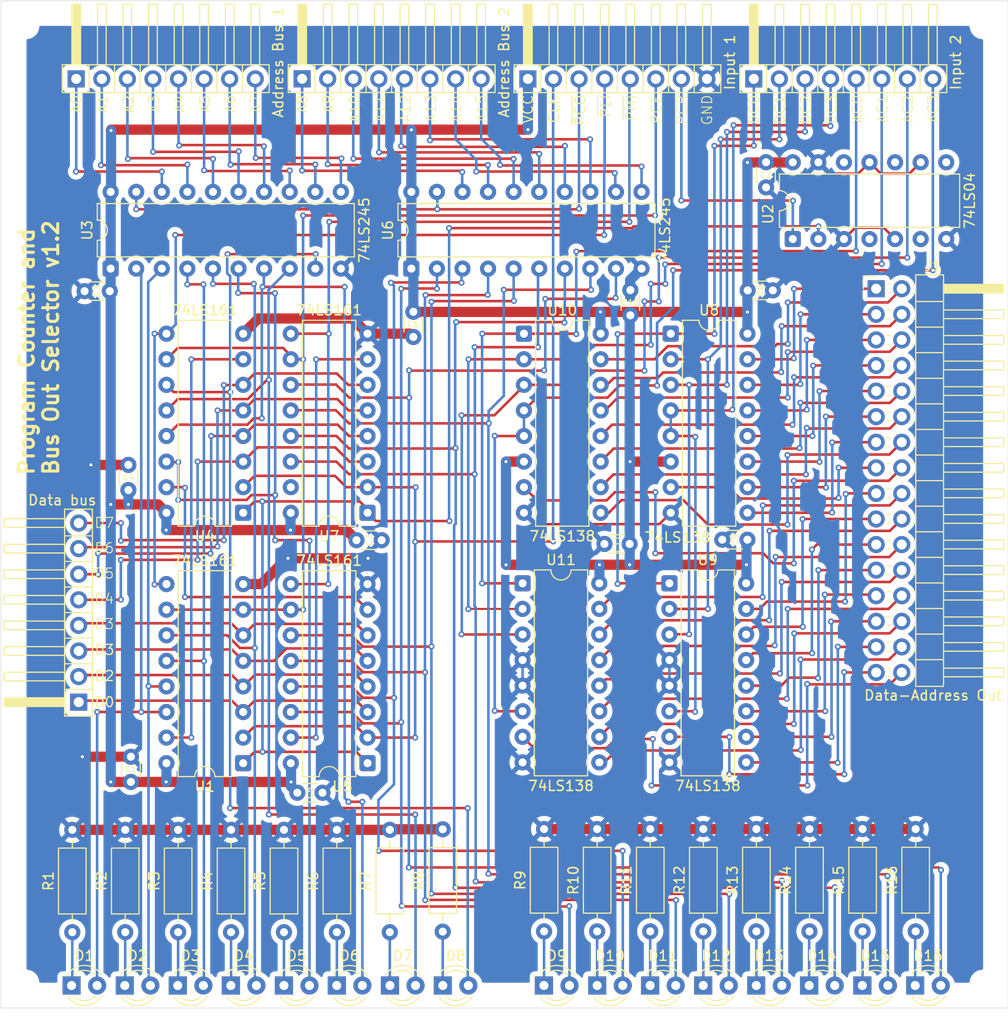
<source format=kicad_pcb>
(kicad_pcb (version 20241229) (generator "pcbnew") (generator_version "9.0")
  (title_block (title "Program Counter and Bus Out Selector") (date "2025-12-20") (rev "v1.2") (company "Marco Vettigli"))
  (layers (0 "F.Cu" signal) (2 "B.Cu" signal) (13 "F.Paste" user) (15 "B.Paste" user) (5 "F.SilkS" user "F.Silkscreen") (7 "B.SilkS" user "B.Silkscreen") (1 "F.Mask" user) (3 "B.Mask" user) (25 "Edge.Cuts" user))
  (net 0 "")
  (net 1 "Net-(D1-K)")
  (net 2 "Net-(D2-K)")
  (net 3 "Net-(D3-K)")
  (net 4 "Net-(D4-K)")
  (net 5 "Net-(D5-K)")
  (net 6 "Net-(D6-K)")
  (net 7 "Net-(D7-K)")
  (net 8 "Net-(D8-K)")
  (net 9 "Net-(D9-K)")
  (net 10 "Net-(D9-A)")
  (net 11 "Net-(D10-K)")
  (net 12 "Net-(D10-A)")
  (net 13 "Net-(D11-K)")
  (net 14 "Net-(D11-A)")
  (net 15 "Net-(D12-K)")
  (net 16 "Net-(D12-A)")
  (net 17 "Net-(D13-K)")
  (net 18 "Net-(D13-A)")
  (net 19 "Net-(D14-A)")
  (net 20 "Net-(D14-K)")
  (net 21 "Net-(D15-A)")
  (net 22 "Net-(D15-K)")
  (net 23 "Net-(D16-K)")
  (net 24 "Net-(D16-A)")
  (net 25 "Net-(D1-A)")
  (net 26 "Net-(D2-A)")
  (net 27 "Net-(D3-A)")
  (net 28 "Net-(D4-A)")
  (net 29 "Net-(D5-A)")
  (net 30 "Net-(D6-A)")
  (net 31 "Net-(D7-A)")
  (net 32 "Net-(D8-A)")
  (net 33 "/Data-Bus Out Selector/O2")
  (net 34 "/Data-Bus Out Selector/O0")
  (net 35 "/Data-Bus Out Selector/O7")
  (net 36 "/Data-Bus Out Selector/O3")
  (net 37 "/Data-Bus Out Selector/O1")
  (net 38 "/Data-Bus Out Selector/O6")
  (net 39 "/Data-Bus Out Selector/O5")
  (net 40 "/Data-Bus Out Selector/O4")
  (net 41 "D3")
  (net 42 "D2")
  (net 43 "D0")
  (net 44 "D7")
  (net 45 "D1")
  (net 46 "D4")
  (net 47 "D6")
  (net 48 "D5")
  (net 49 "A7")
  (net 50 "A0")
  (net 51 "A1")
  (net 52 "A5")
  (net 53 "A6")
  (net 54 "A2")
  (net 55 "A4")
  (net 56 "A3")
  (net 57 "A12")
  (net 58 "A9")
  (net 59 "A8")
  (net 60 "A15")
  (net 61 "A10")
  (net 62 "A11")
  (net 63 "A13")
  (net 64 "A14")
  (net 65 "CLK")
  (net 66 "PCE")
  (net 67 "~{PLI}")
  (net 68 "/Data-Bus Out Selector/O12")
  (net 69 "/Data-Bus Out Selector/O10")
  (net 70 "/Data-Bus Out Selector/O15")
  (net 71 "/Data-Bus Out Selector/O9")
  (net 72 "/Data-Bus Out Selector/O14")
  (net 73 "/Data-Bus Out Selector/O11")
  (net 74 "/Data-Bus Out Selector/O8")
  (net 75 "/Data-Bus Out Selector/O13")
  (net 76 "/Addr-Bus Out Selector/O0")
  (net 77 "/Addr-Bus Out Selector/O1")
  (net 78 "/Addr-Bus Out Selector/O5")
  (net 79 "/Addr-Bus Out Selector/O2")
  (net 80 "/Addr-Bus Out Selector/O4")
  (net 81 "/Addr-Bus Out Selector/O7")
  (net 82 "/Addr-Bus Out Selector/O6")
  (net 83 "/Addr-Bus Out Selector/O3")
  (net 84 "/Addr-Bus Out Selector/O14")
  (net 85 "/Addr-Bus Out Selector/O11")
  (net 86 "/Addr-Bus Out Selector/O10")
  (net 87 "/Addr-Bus Out Selector/O15")
  (net 88 "/Addr-Bus Out Selector/O9")
  (net 89 "/Addr-Bus Out Selector/O12")
  (net 90 "/Addr-Bus Out Selector/O13")
  (net 91 "/Addr-Bus Out Selector/O8")
  (net 92 "GND")
  (net 93 "VCC")
  (net 94 "~{PMI}")
  (net 95 "PCR")
  (net 96 "~{PCO}")
  (net 97 "DC0")
  (net 98 "AC0")
  (net 99 "DC1")
  (net 100 "DC2")
  (net 101 "DC3")
  (net 102 "AC1")
  (net 103 "AC3")
  (net 104 "AC2")
  (net 105 "Net-(U1-TC)")
  (net 106 "Net-(U4-TC)")
  (net 107 "Net-(U1-~{MR})")
  (net 113 "Net-(U5-TC)")
  (footprint "LED_THT:LED_D3.0mm" (layer "F.Cu") (at 60.345 123.325)
    (property "Reference" "D7")
    (property "Value" "GREEN")
  )
  (footprint "Capacitor_THT:C_Disc_D3.0mm_W1.6mm_P2.50mm" (layer "F.Cu") (at 34.62 103.11 90)
    (property "Reference" "C1" (hide yes))
    (property "Value" "100n" (hide yes))
  )
  (footprint "Resistor_THT:R_Axial_DIN0207_L6.3mm_D2.5mm_P10.16mm_Horizontal" (layer "F.Cu") (at 91.464286 117.95 90)
    (property "Reference" "R12")
    (property "Value" "220")
  )
  (footprint "LED_THT:LED_D3.0mm" (layer "F.Cu") (at 112.505 123.325)
    (property "Reference" "D16")
    (property "Value" "GREEN")
  )
  (footprint "LED_THT:LED_D3.0mm" (layer "F.Cu") (at 80.925 123.325)
    (property "Reference" "D10")
    (property "Value" "GREEN")
  )
  (footprint "LED_THT:LED_D3.0mm" (layer "F.Cu") (at 86.185 123.325)
    (property "Reference" "D11")
    (property "Value" "GREEN")
  )
  (footprint "Package_DIP:DIP-16_W7.62mm" (layer "F.Cu") (at 73.517775 83.394367)
    (property "Reference" "U11")
    (property "Value" "74LS138")
  )
  (footprint "Capacitor_THT:C_Disc_D3.0mm_W1.6mm_P2.50mm" (layer "F.Cu") (at 95.845 79.06 180)
    (property "Reference" "C9" (hide yes))
    (property "Value" "100n" (hide yes))
  )
  (footprint "Package_DIP:DIP-16_W7.62mm" (layer "F.Cu") (at 88.097775 83.394367)
    (property "Reference" "U9")
    (property "Value" "74LS138")
  )
  (footprint "LED_THT:LED_D3.0mm" (layer "F.Cu") (at 28.725 123.325)
    (property "Reference" "D1")
    (property "Value" "GREEN")
  )
  (footprint "Connector_PinHeader_2.54mm:PinHeader_2x16_P2.54mm_Horizontal" (layer "F.Cu") (at 108.63 54.145)
    (property "Reference" "J1")
    (property "Value" "Data-Address Out")
  )
  (footprint "Package_DIP:DIP-14_W7.62mm" (layer "F.Cu") (at 100.35 49.215 90)
    (property "Reference" "U2")
    (property "Value" "74LS04")
  )
  (footprint "MountingHole:MountingHole_2.1mm" (layer "F.Cu") (at 119.22 28.06)
    (property "Reference" "REF**" (hide yes))
    (property "Value" "MountingHole_2.1mm" (hide yes))
  )
  (footprint "Resistor_THT:R_Axial_DIN0207_L6.3mm_D2.5mm_P10.16mm_Horizontal" (layer "F.Cu") (at 60.330243 118.03 90)
    (property "Reference" "R7")
    (property "Value" "220")
  )
  (footprint "Resistor_THT:R_Axial_DIN0207_L6.3mm_D2.5mm_P10.16mm_Horizontal" (layer "F.Cu") (at 49.820162 118.03 90)
    (property "Reference" "R5")
    (property "Value" "220")
  )
  (footprint "LED_THT:LED_D3.0mm" (layer "F.Cu") (at 107.255 123.325)
    (property "Reference" "D15")
    (property "Value" "GREEN")
  )
  (footprint "Custom:PinHeader_1x08_P2.54mm_Horizontal" (layer "F.Cu") (at 96.48 36.06 90)
    (property "Reference" "J6" (hide yes))
    (property "Value" "Input 2")
  )
  (footprint "Custom:PinHeader_1x08_P2.54mm_Horizontal" (layer "F.Cu") (at 29.19 36.06 90)
    (property "Reference" "J3" (hide yes))
    (property "Value" "Address Bus 1")
  )
  (footprint "Resistor_THT:R_Axial_DIN0207_L6.3mm_D2.5mm_P10.16mm_Horizontal" (layer "F.Cu") (at 96.735714 117.95 90)
    (property "Reference" "R13")
    (property "Value" "220")
  )
  (footprint "Resistor_THT:R_Axial_DIN0207_L6.3mm_D2.5mm_P10.16mm_Horizontal" (layer "F.Cu") (at 55.075202 118.03 90)
    (property "Reference" "R6")
    (property "Value" "220")
  )
  (footprint "Capacitor_THT:C_Disc_D3.0mm_W1.6mm_P2.50mm" (layer "F.Cu") (at 51.145 104.185)
    (property "Reference" "C5" (hide yes))
    (property "Value" "100n" (hide yes))
  )
  (footprint "Package_DIP:DIP-20_W7.62mm" (layer "F.Cu") (at 62.47 52.15 90)
    (property "Reference" "U6")
    (property "Value" "74LS245")
  )
  (footprint "MountingHole:MountingHole_2.1mm" (layer "F.Cu") (at 24.22 123.06)
    (property "Reference" "REF**" (hide yes))
    (property "Value" "MountingHole_2.1mm" (hide yes))
  )
  (footprint "MountingHole:MountingHole_2.1mm" (layer "F.Cu") (at 119.22 123.06)
    (property "Reference" "REF**" (hide yes))
    (property "Value" "MountingHole_2.1mm" (hide yes))
  )
  (footprint "LED_THT:LED_D3.0mm" (layer "F.Cu") (at 101.975 123.325)
    (property "Reference" "D14")
    (property "Value" "GREEN")
  )
  (footprint "Capacitor_THT:C_Disc_D3.0mm_W1.6mm_P2.50mm" (layer "F.Cu") (at 95.87 54.31)
    (property "Reference" "C8" (hide yes))
    (property "Value" "100n" (hide yes))
  )
  (footprint "Resistor_THT:R_Axial_DIN0207_L6.3mm_D2.5mm_P10.16mm_Horizontal" (layer "F.Cu") (at 34.05504 118.03 90)
    (property "Reference" "R2")
    (property "Value" "220")
  )
  (footprint "LED_THT:LED_D3.0mm" (layer "F.Cu") (at 75.635 123.325)
    (property "Reference" "D9")
    (property "Value" "GREEN")
  )
  (footprint "Capacitor_THT:C_Disc_D3.0mm_W1.6mm_P2.50mm" (layer "F.Cu") (at 32.52 54.385 180)
    (property "Reference" "C3" (hide yes))
    (property "Value" "100n" (hide yes))
  )
  (footprint "LED_THT:LED_D3.0mm" (layer "F.Cu") (at 39.275 123.325)
    (property "Reference" "D3")
    (property "Value" "GREEN")
  )
  (footprint "Capacitor_THT:C_Disc_D3.0mm_W1.6mm_P2.50mm" (layer "F.Cu") (at 97.695 41.585 -90)
    (property "Reference" "C2" (hide yes))
    (property "Value" "100n" (hide yes))
  )
  (footprint "Capacitor_THT:C_Disc_D3.0mm_W1.6mm_P2.50mm" (layer "F.Cu") (at 57.02 79.11)
    (property "Reference" "C7" (hide yes))
    (property "Value" "100n" (hide yes))
  )
  (footprint "LED_THT:LED_D3.0mm" (layer "F.Cu") (at 65.595 123.325)
    (property "Reference" "D8")
    (property "Value" "GREEN")
  )
  (footprint "Resistor_THT:R_Axial_DIN0207_L6.3mm_D2.5mm_P10.16mm_Horizontal" (layer "F.Cu") (at 86.192857 117.95 90)
    (property "Reference" "R11")
    (property "Value" "220")
  )
  (footprint "Package_DIP:DIP-16_W7.62mm" (layer "F.Cu") (at 58.12 101.25 180)
    (property "Reference" "U5")
    (property "Value" "74LS161")
  )
  (footprint "Resistor_THT:R_Axial_DIN0207_L6.3mm_D2.5mm_P10.16mm_Horizontal" (layer "F.Cu") (at 112.55 117.95 90)
    (property "Reference" "R16")
    (property "Value" "220")
  )
  (footprint "MountingHole:MountingHole_2.1mm" (layer "F.Cu") (at 24.22 28.06)
    (property "Reference" "REF**" (hide yes))
    (property "Value" "MountingHole_2.1mm" (hide yes))
  )
  (footprint "Package_DIP:DIP-20_W7.62mm" (layer "F.Cu") (at 32.61 52.15 90)
    (property "Reference" "U3")
    (property "Value" "74LS245")
  )
  (footprint "LED_THT:LED_D3.0mm" (layer "F.Cu") (at 55.065 123.325)
    (property "Reference" "D6")
    (property "Value" "GREEN")
  )
  (footprint "Resistor_THT:R_Axial_DIN0207_L6.3mm_D2.5mm_P10.16mm_Horizontal" (layer "F.Cu") (at 107.278571 117.95 90)
    (property "Reference" "R15")
    (property "Value" "220")
  )
  (footprint "Package_DIP:DIP-16_W7.62mm" (layer "F.Cu") (at 73.65 58.61)
    (property "Reference" "U10")
    (property "Value" "74LS138")
  )
  (footprint "Package_DIP:DIP-16_W7.62mm" (layer "F.Cu") (at 88.23 58.61)
    (property "Reference" "U8")
    (property "Value" "74LS138")
  )
  (footprint "Resistor_THT:R_Axial_DIN0207_L6.3mm_D2.5mm_P10.16mm_Horizontal" (layer "F.Cu") (at 75.65 117.95 90)
    (property "Reference" "R9")
    (property "Value" "220")
  )
  (footprint "Resistor_THT:R_Axial_DIN0207_L6.3mm_D2.5mm_P10.16mm_Horizontal" (layer "F.Cu") (at 102.007143 117.95 90)
    (property "Reference" "R14")
    (property "Value" "220")
  )
  (footprint "LED_THT:LED_D3.0mm" (layer "F.Cu") (at 34.015 123.325)
    (property "Reference" "D2")
    (property "Value" "GREEN")
  )
  (footprint "Custom:PinHeader_1x08_P2.54mm_Horizontal" (layer "F.Cu") (at 51.624269 36.053572 90)
    (property "Reference" "J4" (hide yes))
    (property "Value" "Address Bus 2")
  )
  (footprint "Capacitor_THT:C_Disc_D3.0mm_W1.6mm_P2.50mm" (layer "F.Cu") (at 84.145 79.485 180)
    (property "Reference" "C11" (hide yes))
    (property "Value" "100n" (hide yes))
  )
  (footprint "Capacitor_THT:C_Disc_D3.0mm_W1.6mm_P2.50mm" (layer "F.Cu") (at 34.37 74.135 90)
    (property "Reference" "C4" (hide yes))
    (property "Value" "100n" (hide yes))
  )
  (footprint "Resistor_THT:R_Axial_DIN0207_L6.3mm_D2.5mm_P10.16mm_Horizontal" (layer "F.Cu") (at 44.565121 118.03 90)
    (property "Reference" "R4")
    (property "Value" "220")
  )
  (footprint "LED_THT:LED_D3.0mm" (layer "F.Cu") (at 44.545 123.325)
    (property "Reference" "D4")
    (property "Value" "GREEN")
  )
  (footprint "Resistor_THT:R_Axial_DIN0207_L6.3mm_D2.5mm_P10.16mm_Horizontal" (layer "F.Cu") (at 65.585283 117.974678 90)
    (property "Reference" "R8")
    (property "Value" "220")
  )
  (footprint "Resistor_THT:R_Axial_DIN0207_L6.3mm_D2.5mm_P10.16mm_Horizontal" (layer "F.Cu") (at 28.8 118.03 90)
    (property "Reference" "R1")
    (property "Value" "220")
  )
  (footprint "Package_DIP:DIP-16_W7.62mm" (layer "F.Cu") (at 45.77 101.25 180)
    (property "Reference" "U1")
    (property "Value" "74LS161")
  )
  (footprint "LED_THT:LED_D3.0mm" (layer "F.Cu") (at 96.725 123.325)
    (property "Reference" "D13")
    (property "Value" "GREEN")
  )
  (footprint "LED_THT:LED_D3.0mm" (layer "F.Cu") (at 91.455 123.325)
    (property "Reference" "D12")
    (property "Value" "GREEN")
  )
  (footprint "Capacitor_THT:C_Disc_D3.0mm_W1.6mm_P2.50mm" (layer "F.Cu") (at 62.67 56.435 -90)
    (property "Reference" "C6" (hide yes))
    (property "Value" "100n" (hide yes))
  )
  (footprint "LED_THT:LED_D3.0mm" (layer "F.Cu") (at 49.815 123.325)
    (property "Reference" "D5")
    (property "Value" "GREEN")
  )
  (footprint "Package_DIP:DIP-16_W7.62mm" (layer "F.Cu") (at 45.77 76.39 180)
    (property "Reference" "U4")
    (property "Value" "74LS161")
  )
  (footprint "Custom:PinHeader_1x08_P2.54mm_Horizontal" (layer "F.Cu") (at 32.185 95.19 180)
    (property "Reference" "J2" (hide yes))
    (property "Value" "Data bus")
  )
  (footprint "Custom:PinHeader_1x08_P2.54mm_Horizontal" (layer "F.Cu") (at 74.043765 36.062481 90)
    (property "Reference" "J5" (hide yes))
    (property "Value" "Input 1")
  )
  (footprint "Package_DIP:DIP-16_W7.62mm" (layer "F.Cu") (at 58.12 76.39 180)
    (property "Reference" "U7")
    (property "Value" "74LS161")
  )
  (footprint "Resistor_THT:R_Axial_DIN0207_L6.3mm_D2.5mm_P10.16mm_Horizontal" (layer "F.Cu") (at 39.310081 118.03 90)
    (property "Reference" "R3")
    (property "Value" "220")
  )
  (footprint "Resistor_THT:R_Axial_DIN0207_L6.3mm_D2.5mm_P10.16mm_Horizontal" (layer "F.Cu") (at 80.921429 117.95 90)
    (property "Reference" "R10")
    (property "Value" "220")
  )
  (footprint "Capacitor_THT:C_Disc_D3.0mm_W1.6mm_P2.50mm" (layer "F.Cu") (at 84.22 56.785 90)
    (property "Reference" "C10" (hide yes))
    (property "Value" "100n" (hide yes))
  )
  (gr_rect (start 21.72 25.56) (end 121.72 125.56) (stroke (width 0.05)) (fill no) (layer "Edge.Cuts"))
  (gr_text "Program Counter and\nBus Out Selector v1.2" (at 27.55 72.8 90) (layer "F.SilkS") (effects (font (size 1.5 1.5) (thickness 0.3) (bold yes)) (justify left bottom)))
  (segment (start 28.8 118.03) (end 28.8 123.25) (width 0.254) (layer "B.Cu") (net 1))
  (segment (start 28.8 123.25) (end 28.725 123.325) (width 0.254) (layer "B.Cu") (net 1))
  (segment (start 34.05504 123.28496) (end 34.015 123.325) (width 0.254) (layer "B.Cu") (net 2))
  (segment (start 34.05504 118.03) (end 34.05504 123.28496) (width 0.254) (layer "B.Cu") (net 2))
  (segment (start 39.310081 118.03) (end 39.310081 123.289919) (width 0.254) (layer "B.Cu") (net 3))
  (segment (start 39.310081 123.289919) (end 39.275 123.325) (width 0.254) (layer "B.Cu") (net 3))
  (segment (start 44.565121 123.304879) (end 44.545 123.325) (width 0.254) (layer "B.Cu") (net 4))
  (segment (start 44.565121 118.03) (end 44.565121 123.304879) (width 0.254) (layer "B.Cu") (net 4))
  (segment (start 49.820162 118.03) (end 49.820162 123.319838) (width 0.254) (layer "B.Cu") (net 5))
  (segment (start 55.075202 123.314798) (end 55.065 123.325) (width 0.254) (layer "B.Cu") (net 6))
  (segment (start 55.075202 118.03) (end 55.075202 123.314798) (width 0.254) (layer "B.Cu") (net 6))
  (segment (start 60.330243 118.03) (end 60.330243 123.310243) (width 0.254) (layer "B.Cu") (net 7))
  (segment (start 60.330243 123.310243) (end 60.345 123.325) (width 0.254) (layer "B.Cu") (net 7))
  (segment (start 65.585283 123.315283) (end 65.595 123.325) (width 0.254) (layer "B.Cu") (net 8))
  (segment (start 65.585283 117.974678) (end 65.585283 123.315283) (width 0.254) (layer "B.Cu") (net 8))
  (segment (start 75.65 117.95) (end 75.65 123.31) (width 0.254) (layer "B.Cu") (net 9))
  (segment (start 75.65 123.31) (end 75.635 123.325) (width 0.254) (layer "B.Cu") (net 9))
  (segment (start 61.49 54.122) (end 61.462 54.15) (width 0.254) (layer "F.Cu") (net 10))
  (segment (start 61.515 115.415) (end 61.578 115.478) (width 0.254) (layer "F.Cu") (net 10))
  (segment (start 57.652767 97.298) (end 56.524767 96.17) (width 0.254) (layer "F.Cu") (net 10))
  (segment (start 56.524767 96.17) (end 50.5 96.17) (width 0.254) (layer "F.Cu") (net 10))
  (segment (start 78.122 115.478) (end 78.15 115.45) (width 0.254) (layer "F.Cu") (net 10))
  (segment (start 61.578 115.478) (end 78.122 115.478) (width 0.254) (layer "F.Cu") (net 10))
  (segment (start 64.922 54.122) (end 61.49 54.122) (width 0.254) (layer "F.Cu") (net 10))
  (segment (start 61.462 97.172) (end 61.336 97.298) (width 0.254) (layer "F.Cu") (net 10))
  (segment (start 64.949 54.149) (end 64.922 54.122) (width 0.254) (layer "F.Cu") (net 10))
  (segment (start 61.336 97.298) (end 57.652767 97.298) (width 0.254) (layer "F.Cu") (net 10))
  (segment (start 65.01 54.149) (end 64.949 54.149) (width 0.254) (layer "F.Cu") (net 10))
  (via (at 78.15 115.45) (size 0.6) (drill 0.3) (layers "F.Cu" "B.Cu") (net 10))
  (via (at 61.462 97.172) (size 0.6) (drill 0.3) (layers "F.Cu" "B.Cu") (net 10))
  (via (at 65.01 54.149) (size 0.6) (drill 0.3) (layers "F.Cu" "B.Cu") (net 10))
  (via (at 61.515 115.415) (size 0.6) (drill 0.3) (layers "F.Cu" "B.Cu") (net 10))
  (via (at 61.462 54.15) (size 0.6) (drill 0.3) (layers "F.Cu" "B.Cu") (net 10))
  (segment (start 78.175 115.475) (end 78.15 115.45) (width 0.254) (layer "B.Cu") (net 10))
  (segment (start 61.47 115.37) (end 61.47 97.34) (width 0.254) (layer "B.Cu") (net 10))
  (segment (start 65.01 54.149) (end 65.01 52.15) (width 0.254) (layer "B.Cu") (net 10))
  (segment (start 61.515 115.415) (end 61.47 115.37) (width 0.254) (layer "B.Cu") (net 10))
  (segment (start 78.175 123.325) (end 78.175 115.475) (width 0.254) (layer "B.Cu") (net 10))
  (segment (start 61.462 97.332) (end 61.462 97.172) (width 0.254) (layer "B.Cu") (net 10))
  (segment (start 61.462 97.172) (end 61.462 54.15) (width 0.254) (layer "B.Cu") (net 10))
  (segment (start 61.47 97.34) (end 61.462 97.332) (width 0.254) (layer "B.Cu") (net 10))
  (segment (start 80.921429 123.321429) (end 80.925 123.325) (width 0.254) (layer "B.Cu") (net 11))
  (segment (start 80.921429 117.95) (end 80.921429 123.321429) (width 0.254) (layer "B.Cu") (net 11))
  (segment (start 56.524767 93.63) (end 50.5 93.63) (width 0.254) (layer "F.Cu") (net 12))
  (segment (start 60.745 94.76) (end 57.654767 94.76) (width 0.254) (layer "F.Cu") (net 12))
  (segment (start 59.23 109.95) (end 83.45 109.95) (width 0.254) (layer "F.Cu") (net 12))
  (segment (start 60.45 53.55) (end 60.478 53.522) (width 0.254) (layer "F.Cu") (net 12))
  (segment (start 57.654767 94.76) (end 56.524767 93.63) (width 0.254) (layer "F.Cu") (net 12))
  (segment (start 60.478 53.522) (end 67.422 53.522) (width 0.254) (layer "F.Cu") (net 12))
  (via (at 60.745 94.76) (size 0.6) (drill 0.3) (layers "F.Cu" "B.Cu") (net 12))
  (via (at 83.45 109.95) (size 0.6) (drill 0.3) (layers "F.Cu" "B.Cu") (net 12))
  (via (at 60.45 53.55) (size 0.6) (drill 0.3) (layers "F.Cu" "B.Cu") (net 12))
  (via (at 67.45 53.55) (size 0.6) (drill 0.3) (layers "F.Cu" "B.Cu") (net 12))
  (via (at 59.23 109.95) (size 0.6) (drill 0.3) (layers "F.Cu" "B.Cu") (net 12))
  (segment (start 60.745 94.76) (end 60.745 53.845) (width 0.254) (layer "B.Cu") (net 12))
  (segment (start 60.745 103.36) (end 59.202243 104.902757) (width 0.254) (layer "B.Cu") (net 12))
  (segment (start 67.45 53.55) (end 67.45 52.25) (width 0.254) (layer "B.Cu") (net 12))
  (segment (start 83.465 123.325) (end 83.465 109.965) (width 0.254) (layer "B.Cu") (net 12))
  (segment (start 60.745 53.845) (end 60.45 53.55) (width 0.254) (layer "B.Cu") (net 12))
  (segment (start 67.45 52.25) (end 67.55 52.15) (width 0.254) (layer "B.Cu") (net 12))
  (segment (start 59.202243 109.922243) (end 59.23 109.95) (width 0.254) (layer "B.Cu") (net 12))
  (segment (start 60.745 94.76) (end 60.745 103.36) (width 0.254) (layer "B.Cu") (net 12))
  (segment (start 59.202243 104.902757) (end 59.202243 109.922243) (width 0.254) (layer "B.Cu") (net 12))
  (segment (start 86.192857 117.95) (end 86.192857 123.317143) (width 0.254) (layer "B.Cu") (net 13))
  (segment (start 86.192857 123.317143) (end 86.185 123.325) (width 0.254) (layer "B.Cu") (net 13))
  (segment (start 88.722 114.822) (end 63.878 114.822) (width 0.254) (layer "F.Cu") (net 14))
  (segment (start 63.877 54.777) (end 70.023 54.777) (width 0.254) (layer "F.Cu") (net 14))
  (segment (start 63.824862 92.218) (end 57.652767 92.218) (width 0.254) (layer "F.Cu") (net 14))
  (segment (start 57.652767 92.218) (end 56.524767 91.09) (width 0.254) (layer "F.Cu") (net 14))
  (segment (start 56.524767 91.09) (end 50.5 91.09) (width 0.254) (layer "F.Cu") (net 14))
  (segment (start 88.75 114.85) (end 88.722 114.822) (width 0.254) (layer "F.Cu") (net 14))
  (segment (start 63.878 114.822) (end 63.85 114.85) (width 0.254) (layer "F.Cu") (net 14))
  (via (at 88.75 114.85) (size 0.6) (drill 0.3) (layers "F.Cu" "B.Cu") (net 14))
  (via (at 63.85 114.85) (size 0.6) (drill 0.3) (layers "F.Cu" "B.Cu") (net 14))
  (via (at 63.877 54.777) (size 0.6) (drill 0.3) (layers "F.Cu" "B.Cu") (net 14))
  (via (at 70.05 54.75) (size 0.6) (drill 0.3) (layers "F.Cu" "B.Cu") (net 14))
  (via (at 63.830283 92.223421) (size 0.6) (drill 0.3) (layers "F.Cu" "B.Cu") (net 14))
  (segment (start 88.75 114.85) (end 88.725 114.875) (width 0.254) (layer "B.Cu") (net 14))
  (segment (start 63.822 54.778) (end 63.822 92.215138) (width 0.254) (layer "B.Cu") (net 14))
  (segment (start 70.09 54.71) (end 70.09 52.15) (width 0.254) (layer "B.Cu") (net 14))
  (segment (start 63.836579 92.229717) (end 63.836579 114.836579) (width 0.254) (layer "B.Cu") (net 14))
  (segment (start 63.822 92.215138) (end 63.830283 92.223421) (width 0.254) (layer "B.Cu") (net 14))
  (segment (start 63.877 54.777) (end 63.823 54.777) (width 0.254) (layer "B.Cu") (net 14))
  (segment (start 63.823 54.777) (end 63.822 54.778) (width 0.254) (layer "B.Cu") (net 14))
  (segment (start 88.725 114.875) (end 88.725 123.325) (width 0.254) (layer "B.Cu") (net 14))
  (segment (start 63.836579 114.836579) (end 63.85 114.85) (width 0.254) (layer "B.Cu") (net 14))
  (segment (start 70.05 54.75) (end 70.09 54.71) (width 0.254) (layer "B.Cu") (net 14))
  (segment (start 91.464286 123.315714) (end 91.455 123.325) (width 0.254) (layer "B.Cu") (net 15))
  (segment (start 91.464286 117.95) (end 91.464286 123.315714) (width 0.254) (layer "B.Cu") (net 15))
  (segment (start 64.464579 55.442) (end 64.464579 55.391421) (width 0.254) (layer "F.Cu") (net 16))
  (segment (start 64.626579 114.222) (end 94.022 114.222) (width 0.254) (layer "F.Cu") (net 16))
  (segment (start 56.524767 88.55) (end 57.652767 89.678) (width 0.254) (layer "F.Cu") (net 16))
  (segment (start 50.5 88.55) (end 56.524767 88.55) (width 0.254) (layer "F.Cu") (net 16))
  (segment (start 64.464579 55.391421) (end 64.478 55.378) (width 0.254) (layer "F.Cu") (net 16))
  (segment (start 64.446579 89.678) (end 64.464579 89.66) (width 0.254) (layer "F.Cu") (net 16))
  (segment (start 94.022 114.222) (end 94.05 114.25) (width 0.254) (layer "F.Cu") (net 16))
  (segment (start 57.652767 89.678) (end 64.446579 89.678) (width 0.254) (layer "F.Cu") (net 16))
  (segment (start 64.599579 114.195) (end 64.626579 114.222) (width 0.254) (layer "F.Cu") (net 16))
  (segment (start 64.478 55.378) (end 72.622 55.378) (width 0.254) (layer "F.Cu") (net 16))
  (segment (start 64.463579 114.195) (end 64.599579 114.195) (width 0.254) (layer "F.Cu") (net 16))
  (via (at 94.05 114.25) (size 0.6) (drill 0.3) (layers "F.Cu" "B.Cu") (net 16))
  (via (at 64.464579 55.442) (size 0.6) (drill 0.3) (layers "F.Cu" "B.Cu") (net 16))
  (via (at 72.65 55.35) (size 0.6) (drill 0.3) (layers "F.Cu" "B.Cu") (net 16))
  (via (at 64.463579 114.195) (size 0.6) (drill 0.3) (layers "F.Cu" "B.Cu") (net 16))
  (via (at 64.464579 89.66) (size 0.6) (drill 0.3) (layers "F.Cu" "B.Cu") (net 16))
  (segment (start 72.63 55.33) (end 72.63 52.15) (width 0.254) (layer "B.Cu") (net 16))
  (segment (start 72.65 55.35) (end 72.63 55.33) (width 0.254) (layer "B.Cu") (net 16))
  (segment (start 64.463579 114.059) (end 64.457283 114.052704) (width 0.254) (layer "B.Cu") (net 16))
  (segment (start 64.457283 114.052704) (end 64.457283 89.667296) (width 0.254) (layer "B.Cu") (net 16))
  (segment (start 64.464579 55.442) (end 64.464579 89.66) (width 0.254) (layer "B.Cu") (net 16))
  (segment (start 64.457283 89.667296) (end 64.464579 89.66) (width 0.254) (layer "B.Cu") (net 16))
  (segment (start 64.463579 114.195) (end 64.463579 114.059) (width 0.254) (layer "B.Cu") (net 16))
  (segment (start 93.995 123.325) (end 93.995 114.305) (width 0.254) (layer "B.Cu") (net 16))
  (segment (start 93.995 114.305) (end 94.05 114.25) (width 0.254) (layer "B.Cu") (net 16))
  (segment (start 96.735714 123.314286) (end 96.725 123.325) (width 0.254) (layer "B.Cu") (net 17))
  (segment (start 96.735714 117.95) (end 96.735714 123.314286) (width 0.254) (layer "B.Cu") (net 17))
  (segment (start 68.953 113.078) (end 99.102 113.078) (width 0.254) (layer "F.Cu") (net 18))
  (segment (start 99.102 113.078) (end 99.27 112.91) (width 0.254) (layer "F.Cu") (net 18))
  (segment (start 68.75 59.95) (end 75.05 59.95) (width 0.254) (layer "F.Cu") (net 18))
  (segment (start 56.27 72.56) (end 68.75 72.56) (width 0.254) (layer "F.Cu") (net 18))
  (segment (start 50.5 71.31) (end 55.02 71.31) (width 0.254) (layer "F.Cu") (net 18))
  (segment (start 55.02 71.31) (end 56.27 72.56) (width 0.254) (layer "F.Cu") (net 18))
  (via (at 68.75 72.56) (size 0.6) (drill 0.3) (layers "F.Cu" "B.Cu") (net 18))
  (via (at 68.75 59.95) (size 0.6) (drill 0.3) (layers "F.Cu" "B.Cu") (net 18))
  (via (at 68.86 112.985) (size 0.6) (drill 0.3) (layers "F.Cu" "B.Cu") (net 18))
  (via (at 99.27 112.91) (size 0.6) (drill 0.3) (layers "F.Cu" "B.Cu") (net 18))
  (via (at 75.05 59.95) (size 0.6) (drill 0.3) (layers "F.Cu" "B.Cu") (net 18))
  (segment (start 68.75 85.676873) (end 68.75 72.56) (width 0.254) (layer "B.Cu") (net 18))
  (segment (start 68.778 59.978) (end 68.75 59.95) (width 0.254) (layer "B.Cu") (net 18))
  (segment (start 68.778 72.532) (end 68.778 59.978) (width 0.254) (layer "B.Cu") (net 18))
  (segment (start 75.05 52.27) (end 75.05 59.95) (width 0.254) (layer "B.Cu") (net 18))
  (segment (start 68.86 112.985) (end 68.86 85.786873) (width 0.254) (layer "B.Cu") (net 18))
  (segment (start 99.265 113.065) (end 99.265 123.325) (width 0.254) (layer "B.Cu") (net 18))
  (segment (start 68.86 85.786873) (end 68.75 85.676873) (width 0.254) (layer "B.Cu") (net 18))
  (segment (start 75.17 52.15) (end 75.05 52.27) (width 0.254) (layer "B.Cu") (net 18))
  (segment (start 68.75 72.56) (end 68.778 72.532) (width 0.254) (layer "B.Cu") (net 18))
  (segment (start 50.51 68.76) (end 50.5 68.77) (width 0.254) (layer "F.Cu") (net 19))
  (segment (start 56.27 70.01) (end 55.02 68.76) (width 0.254) (layer "F.Cu") (net 19))
  (segment (start 104.515 113.565) (end 104.458 113.622) (width 0.254) (layer "F.Cu") (net 19))
  (segment (start 66.85 69.96) (end 66.75 69.96) (width 0.254) (layer "F.Cu") (net 19))
  (segment (start 104.458 113.622) (end 66.878 113.622) (width 0.254) (layer "F.Cu") (net 19))
  (segment (start 77.618 57.458) (end 66.92 57.458) (width 0.254) (layer "F.Cu") (net 19))
  (segment (start 77.67 57.51) (end 77.618 57.458) (width 0.254) (layer "F.Cu") (net 19))
  (segment (start 66.7 70.01) (end 56.27 70.01) (width 0.254) (layer "F.Cu") (net 19))
  (segment (start 55.02 68.76) (end 50.51 68.76) (width 0.254) (layer "F.Cu") (net 19))
  (segment (start 66.75 69.96) (end 66.7 70.01) (width 0.254) (layer "F.Cu") (net 19))
  (via (at 77.67 57.51) (size 0.6) (drill 0.3) (layers "F.Cu" "B.Cu") (net 19))
  (via (at 66.85 69.96) (size 0.6) (drill 0.3) (layers "F.Cu" "B.Cu") (net 19))
  (via (at 104.515 113.565) (size 0.6) (drill 0.3) (layers "F.Cu" "B.Cu") (net 19))
  (via (at 66.92 57.458) (size 0.6) (drill 0.3) (layers "F.Cu" "B.Cu") (net 19))
  (via (at 66.85 113.595) (size 0.6) (drill 0.3) (layers "F.Cu" "B.Cu") (net 19))
  (segment (start 66.72 77.628127) (end 66.878 77.470127) (width 0.254) (layer "B.Cu") (net 19))
  (segment (start 66.878 77.470127) (end 66.878 69.988) (width 0.254) (layer "B.Cu") (net 19))
  (segment (start 66.92 57.458) (end 66.822 57.556) (width 0.254) (layer "B.Cu") (net 19))
  (segment (start 77.71 52.15) (end 77.71 57.47) (width 0.254) (layer "B.Cu") (net 19))
  (segment (start 66.72 113.465) (end 66.72 77.628127) (width 0.254) (layer "B.Cu") (net 19))
  (segment (start 104.515 113.565) (end 104.515 123.325) (width 0.254) (layer "B.Cu") (net 19))
  (segment (start 66.822 69.932) (end 66.85 69.96) (width 0.254) (layer "B.Cu") (net 19))
  (segment (start 66.878 69.988) (end 66.85 69.96) (width 0.254) (layer "B.Cu") (net 19))
  (segment (start 66.822 57.556) (end 66.822 69.932) (width 0.254) (layer "B.Cu") (net 19))
  (segment (start 66.85 113.595) (end 66.72 113.465) (width 0.254) (layer "B.Cu") (net 19))
  (segment (start 101.975 123.325) (end 101.975 117.982143) (width 0.254) (layer "B.Cu") (net 20))
  (segment (start 101.975 117.982143) (end 102.007143 117.95) (width 0.254) (layer "B.Cu") (net 20))
  (segment (start 80.32 54.26) (end 80.06 54.26) (width 0.254) (layer "F.Cu") (net 21))
  (segment (start 109.588 112.282) (end 109.755 112.449) (width 0.254) (layer "F.Cu") (net 21))
  (segment (start 70.15 67.51) (end 56.27 67.51) (width 0.254) (layer "F.Cu") (net 21))
  (segment (start 70.122 112.232) (end 70.268 112.232) (width 0.254) (layer "F.Cu") (net 21))
  (segment (start 54.97 66.21) (end 50.52 66.21) (width 0.254) (layer "F.Cu") (net 21))
  (segment (start 70.268 112.232) (end 70.318 112.282) (width 0.254) (layer "F.Cu") (net 21))
  (segment (start 50.52 66.21) (end 50.5 66.23) (width 0.254) (layer "F.Cu") (net 21))
  (segment (start 70.318 112.282) (end 109.588 112.282) (width 0.254) (layer "F.Cu") (net 21))
  (segment (start 56.27 67.51) (end 54.97 66.21) (width 0.254) (layer "F.Cu") (net 21))
  (segment (start 80.05 54.25) (end 71.65 54.25) (width 0.254) (layer "F.Cu") (net 21))
  (segment (start 80.06 54.26) (end 80.05 54.25) (width 0.254) (layer "F.Cu") (net 21))
  (via (at 70.122 112.232) (size 0.6) (drill 0.3) (layers "F.Cu" "B.Cu") (net 21))
  (via (at 109.755 112.449) (size 0.6) (drill 0.3) (layers "F.Cu" "B.Cu") (net 21))
  (via (at 70.15 67.51) (size 0.6) (drill 0.3) (layers "F.Cu" "B.Cu") (net 21))
  (via (at 80.32 54.26) (size 0.6) (drill 0.3) (layers "F.Cu" "B.Cu") (net 21))
  (via (at 71.65 54.25) (size 0.6) (drill 0.3) (layers "F.Cu" "B.Cu") (net 21))
  (segment (start 109.795 112.505) (end 109.795 123.325) (width 0.254) (layer "B.Cu") (net 21))
  (segment (start 80.25 54.05) (end 80.25 52.15) (width 0.254) (layer "B.Cu") (net 21))
  (segment (start 80.32 54.12) (end 80.25 54.05) (width 0.254) (layer "B.Cu") (net 21))
  (segment (start 71.65 64.78) (end 71.65 54.25) (width 0.254) (layer "B.Cu") (net 21))
  (segment (start 70.15 66.28) (end 71.65 64.78) (width 0.254) (layer "B.Cu") (net 21))
  (segment (start 70.122 67.538) (end 70.15 67.51) (width 0.254) (layer "B.Cu") (net 21))
  (segment (start 70.122 112.232) (end 70.122 67.538) (width 0.254) (layer "B.Cu") (net 21))
  (segment (start 80.32 54.26) (end 80.32 54.12) (width 0.254) (layer "B.Cu") (net 21))
  (segment (start 70.15 67.51) (end 70.15 66.28) (width 0.254) (layer "B.Cu") (net 21))
  (segment (start 107.278571 117.95) (end 107.278571 123.301429) (width 0.254) (layer "B.Cu") (net 22))
  (segment (start 107.278571 123.301429) (end 107.255 123.325) (width 0.254) (layer "B.Cu") (net 22))
  (segment (start 112.505 123.325) (end 112.505 117.995) (width 0.254) (layer "B.Cu") (net 23))
  (segment (start 112.505 117.995) (end 112.55 117.95) (width 0.254) (layer "B.Cu") (net 23))
  (segment (start 56.295 64.96) (end 62.25 64.96) (width 0.254) (layer "F.Cu") (net 24))
  (segment (start 62.222 111.61) (end 62.49 111.61) (width 0.254) (layer "F.Cu") (net 24))
  (segment (start 82.65 55.15) (end 82.75 55.05) (width 0.254) (layer "F.Cu") (net 24))
  (segment (start 50.53 63.66) (end 54.995 63.66) (width 0.254) (layer "F.Cu") (net 24))
  (segment (start 75.77 55.15) (end 82.65 55.15) (width 0.254) (layer "F.Cu") (net 24))
  (segment (start 62.496 111.604) (end 114.814 111.604) (width 0.254) (layer "F.Cu") (net 24))
  (segment (start 114.814 111.604) (end 115.07 111.86) (width 0.254) (layer "F.Cu") (net 24))
  (segment (start 62.25 62.25) (end 62.278 62.278) (width 0.254) (layer "F.Cu") (net 24))
  (segment (start 62.49 111.61) (end 62.496 111.604) (width 0.254) (layer "F.Cu") (net 24))
  (segment (start 54.995 63.66) (end 56.295 64.96) (width 0.254) (layer "F.Cu") (net 24))
  (segment (start 50.5 63.69) (end 50.53 63.66) (width 0.254) (layer "F.Cu") (net 24))
  (segment (start 62.278 62.278) (end 75.622 62.278) (width 0.254) (layer "F.Cu") (net 24))
  (via (at 62.25 62.25) (size 0.6) (drill 0.3) (layers "F.Cu" "B.Cu") (net 24))
  (via (at 62.222 111.61) (size 0.6) (drill 0.3) (layers "F.Cu" "B.Cu") (net 24))
  (via (at 82.75 55.05) (size 0.6) (drill 0.3) (layers "F.Cu" "B.Cu") (net 24))
  (via (at 75.65 62.25) (size 0.6) (drill 0.3) (layers "F.Cu" "B.Cu") (net 24))
  (via (at 75.77 55.15) (size 0.6) (drill 0.3) (layers "F.Cu" "B.Cu") (net 24))
  (via (at 115.07 111.86) (size 0.6) (drill 0.3) (layers "F.Cu" "B.Cu") (net 24))
  (via (at 62.25 64.96) (size 0.6) (drill 0.3) (layers "F.Cu" "B.Cu") (net 24))
  (segment (start 75.65 62.25) (end 75.77 62.13) (width 0.254) (layer "B.Cu") (net 24))
  (segment (start 115.045 123.325) (end 115.045 111.955) (width 0.254) (layer "B.Cu") (net 24))
  (segment (start 82.79 55.01) (end 82.79 52.15) (width 0.254) (layer "B.Cu") (net 24))
  (segment (start 62.222 111.61) (end 62.222 64.988) (width 0.254) (layer "B.Cu") (net 24))
  (segment (start 82.75 55.05) (end 82.79 55.01) (width 0.254) (layer "B.Cu") (net 24))
  (segment (start 62.25 64.96) (end 62.25 62.25) (width 0.254) (layer "B.Cu") (net 24))
  (segment (start 75.77 62.13) (end 75.77 55.15) (width 0.254) (layer "B.Cu") (net 24))
  (segment (start 35.635 96.16) (end 35.645 96.17) (width 0.254) (layer "F.Cu") (net 25))
  (segment (start 35.645 96.17) (end 38.15 96.17) (width 0.254) (layer "F.Cu") (net 25))
  (segment (start 31.27 96.16) (end 35.635 96.16) (width 0.254) (layer "F.Cu") (net 25))
  (via (at 31.27 96.16) (size 0.6) (drill 0.3) (layers "F.Cu" "B.Cu") (net 25))
  (via (at 35.645 96.17) (size 0.6) (drill 0.3) (layers "F.Cu" "B.Cu") (net 25))
  (segment (start 31.265 96.165) (end 31.27 96.16) (width 0.254) (layer "B.Cu") (net 25))
  (segment (start 35.645 52.645) (end 35.15 52.15) (width 0.254) (layer "B.Cu") (net 25))
  (segment (start 35.645 96.17) (end 35.645 52.645) (width 0.254) (layer "B.Cu") (net 25))
  (segment (start 31.265 123.325) (end 31.265 96.165) (width 0.254) (layer "B.Cu") (net 25))
  (segment (start 36.39 93.63) (end 38.15 93.63) (width 0.254) (layer "F.Cu") (net 26))
  (segment (start 36.37 93.61) (end 36.39 93.63) (width 0.254) (layer "F.Cu") (net 26))
  (via (at 36.37 93.61) (size 0.6) (drill 0.3) (layers "F.Cu" "B.Cu") (net 26))
  (segment (start 36.37 93.61) (end 36.295 93.535) (width 0.254) (layer "B.Cu") (net 26))
  (segment (start 36.37 93.61) (end 36.37 123.14) (width 0.254) (layer "B.Cu") (net 26))
  (segment (start 36.295 93.535) (end 36.295 93.440341) (width 0.254) (layer "B.Cu") (net 26))
  (segment (start 36.295 93.440341) (end 36.342 93.39334) (width 0.254) (layer "B.Cu") (net 26))
  (segment (start 36.342 93.39334) (end 36.342 53.498001) (width 0.254) (layer "B.Cu") (net 26))
  (segment (start 36.342 53.498001) (end 37.69 52.15) (width 0.254) (layer "B.Cu") (net 26))
  (segment (start 36.37 123.14) (end 36.555 123.325) (width 0.254) (layer "B.Cu") (net 26))
  (segment (start 38.15 91.09) (end 41.79 91.09) (width 0.254) (layer "F.Cu") (net 27))
  (segment (start 40.22 53.71) (end 41.82 53.71) (width 0.254) (layer "F.Cu") (net 27))
  (via (at 41.87 91.11) (size 0.6) (drill 0.3) (layers "F.Cu" "B.Cu") (net 27))
  (via (at 41.82 53.71) (size 0.6) (drill 0.3) (layers "F.Cu" "B.Cu") (net 27))
  (via (at 40.22 53.71) (size 0.6) (drill 0.3) (layers "F.Cu" "B.Cu") (net 27))
  (segment (start 41.87 123.27) (end 41.815 123.325) (width 0.254) (layer "B.Cu") (net 27))
  (segment (start 40.23 53.7) (end 40.22 53.71) (width 0.254) (layer "B.Cu") (net 27))
  (segment (start 40.23 52.15) (end 40.23 53.7) (width 0.254) (layer "B.Cu") (net 27))
  (segment (start 41.87 91.11) (end 41.87 53.76) (width 0.254) (layer "B.Cu") (net 27))
  (segment (start 41.87 91.11) (end 41.87 123.27) (width 0.254) (layer "B.Cu") (net 27))
  (segment (start 41.87 53.76) (end 41.82 53.71) (width 0.254) (layer "B.Cu") (net 27))
  (segment (start 42.77 53.66) (end 46.82 53.66) (width 0.254) (layer "F.Cu") (net 28))
  (segment (start 46.92 89.81) (end 45.434767 89.81) (width 0.254) (layer "F.Cu") (net 28))
  (segment (start 45.434767 89.81) (end 44.174767 88.55) (width 0.254) (layer "F.Cu") (net 28))
  (segment (start 44.174767 88.55) (end 38.15 88.55) (width 0.254) (layer "F.Cu") (net 28))
  (via (at 46.92 89.81) (size 0.6) (drill 0.3) (layers "F.Cu" "B.Cu") (net 28))
  (via (at 46.82 53.66) (size 0.6) (drill 0.3) (layers "F.Cu" "B.Cu") (net 28))
  (via (at 42.77 53.66) (size 0.6) (drill 0.3) (layers "F.Cu" "B.Cu") (net 28))
  (segment (start 46.82 53.66) (end 46.82 53.71) (width 0.254) (layer "B.Cu") (net 28))
  (segment (start 42.77 52.15) (end 42.77 53.66) (width 0.254) (layer "B.Cu") (net 28))
  (segment (start 46.92 123.16) (end 47.085 123.325) (width 0.254) (layer "B.Cu") (net 28))
  (segment (start 46.82 53.71) (end 46.92 53.81) (width 0.254) (layer "B.Cu") (net 28))
  (segment (start 46.92 53.81) (end 46.92 89.81) (width 0.254) (layer "B.Cu") (net 28))
  (segment (start 46.92 89.81) (end 46.92 123.16) (width 0.254) (layer "B.Cu") (net 28))
  (segment (start 38.2 71.36) (end 38.15 71.31) (width 0.254) (layer "F.Cu") (net 29))
  (segment (start 52.355 79.16) (end 52.22 79.16) (width 0.254) (layer "F.Cu") (net 29))
  (segment (start 52.17 79.11) (end 48.955 79.11) (width 0.254) (layer "F.Cu") (net 29))
  (segment (start 45.297 54.587) (end 45.27 54.56) (width 0.254) (layer "F.Cu") (net 29))
  (segment (start 48.947 74.635) (end 46.580233 74.635) (width 0.254) (layer "F.Cu") (net 29))
  (segment (start 48.955 79.11) (end 48.947 79.118) (width 0.254) (layer "F.Cu") (net 29))
  (segment (start 39.32 71.36) (end 38.2 71.36) (width 0.254) (layer "F.Cu") (net 29))
  (segment (start 46.105233 75.11) (end 39.32 75.11) (width 0.254) (layer "F.Cu") (net 29))
  (segment (start 48.92 54.587) (end 45.297 54.587) (width 0.254) (layer "F.Cu") (net 29))
  (segment (start 52.22 79.16) (end 52.17 79.11) (width 0.254) (layer "F.Cu") (net 29))
  (segment (start 46.580233 74.635) (end 46.105233 75.11) (width 0.254) (layer "F.Cu") (net 29))
  (via (at 48.947 79.118) (size 0.6) (drill 0.3) (layers "F.Cu" "B.Cu") (net 29))
  (via (at 48.92 54.587) (size 0.6) (drill 0.3) (layers "F.Cu" "B.Cu") (net 29))
  (via (at 39.32 71.36) (size 0.6) (drill 0.3) (layers "F.Cu" "B.Cu") (net 29))
  (via (at 45.27 54.56) (size 0.6) (drill 0.3) (layers "F.Cu" "B.Cu") (net 29))
  (via (at 48.947 74.635) (size 0.6) (drill 0.3) (layers "F.Cu" "B.Cu") (net 29))
  (via (at 39.32 75.11) (size 0.6) (drill 0.3) (layers "F.Cu" "B.Cu") (net 29))
  (via (at 52.355 79.16) (size 0.6) (drill 0.3) (layers "F.Cu" "B.Cu") (net 29))
  (segment (start 48.87 74.712) (end 48.947 74.635) (width 0.254) (layer "B.Cu") (net 29))
  (segment (start 39.32 75.11) (end 39.32 71.36) (width 0.254) (layer "B.Cu") (net 29))
  (segment (start 48.947 54.614) (end 48.92 54.587) (width 0.254) (layer "B.Cu") (net 29))
  (segment (start 45.27 52.19) (end 45.31 52.15) (width 0.254) (layer "B.Cu") (net 29))
  (segment (start 48.947 79.118) (end 48.87 79.041) (width 0.254) (layer "B.Cu") (net 29))
  (segment (start 48.947 74.635) (end 48.947 54.614) (width 0.254) (layer "B.Cu") (net 29))
  (segment (start 52.355 79.16) (end 52.355 123.325) (width 0.254) (layer "B.Cu") (net 29))
  (segment (start 48.87 79.041) (end 48.87 74.712) (width 0.254) (layer "B.Cu") (net 29))
  (segment (start 45.27 54.56) (end 45.27 52.19) (width 0.254) (layer "B.Cu") (net 29))
  (segment (start 55.845 53.96) (end 47.695 53.96) (width 0.254) (layer "F.Cu") (net 30))
  (segment (start 39.278 67.642) (end 46.188 67.642) (width 0.254) (layer "F.Cu") (net 30))
  (segment (start 38.15 68.77) (end 39.278 67.642) (width 0.254) (layer "F.Cu") (net 30))
  (segment (start 46.188 67.642) (end 46.82 67.01) (width 0.254) (layer "F.Cu") (net 30))
  (segment (start 46.82 67.01) (end 47.62 67.01) (width 0.254) (layer "F.Cu") (net 30))
  (segment (start 57.605 105.083) (end 56.22 105.083) (width 0.254) (layer "F.Cu") (net 30))
  (via (at 55.845 53.96) (size 0.6) (drill 0.3) (layers "F.Cu" "B.Cu") (net 30))
  (via (at 57.605 105.083) (size 0.6) (drill 0.3) (layers "F.Cu" "B.Cu") (net 30))
  (via (at 47.62 67.01) (size 0.6) (drill 0.3) (layers "F.Cu" "B.Cu") (net 30))
  (via (at 56.22 105.083) (size 0.6) (drill 0.3) (layers "F.Cu" "B.Cu") (net 30))
  (via (at 47.695 53.96) (size 0.6) (drill 0.3) (layers "F.Cu" "B.Cu") (net 30))
  (segment (start 47.695 53.96) (end 47.695 54.085) (width 0.254) (layer "B.Cu") (net 30))
  (segment (start 47.695 54.085) (end 47.62 54.16) (width 0.254) (layer "B.Cu") (net 30))
  (segment (start 47.695 53.96) (end 47.82 53.835) (width 0.254) (layer "B.Cu") (net 30))
  (segment (start 57.605 105.083) (end 57.605 123.325) (width 0.254) (layer "B.Cu") (net 30))
  (segment (start 47.82 53.835) (end 47.82 52.18) (width 0.254) (layer "B.Cu") (net 30))
  (segment (start 47.62 54.16) (end 47.62 67.01) (width 0.254) (layer "B.Cu") (net 30))
  (segment (start 47.82 52.18) (end 47.85 52.15) (width 0.254) (layer "B.Cu") (net 30))
  (segment (start 55.845 104.708) (end 56.22 105.083) (width 0.254) (layer "B.Cu") (net 30))
  (segment (start 55.845 53.96) (end 55.845 104.708) (width 0.254) (layer "B.Cu") (net 30))
  (segment (start 38.15 66.23) (end 39.278 65.102) (width 0.254) (layer "F.Cu") (net 31))
  (segment (start 39.278 65.102) (end 46.228 65.102) (width 0.254) (layer "F.Cu") (net 31))
  (segment (start 48.141 63.189) (end 48.32 63.189) (width 0.254) (layer "F.Cu") (net 31))
  (segment (start 46.228 65.102) (end 48.141 63.189) (width 0.254) (layer "F.Cu") (net 31))
  (segment (start 48.321 106.35) (end 48.32 106.349) (width 0.254) (layer "F.Cu") (net 31))
  (segment (start 62.85 106.35) (end 48.321 106.35) (width 0.254) (layer "F.Cu") (net 31))
  (via (at 48.32 106.349) (size 0.6) (drill 0.3) (layers "F.Cu" "B.Cu") (net 31))
  (via (at 48.32 63.189) (size 0.6) (drill 0.3) (layers "F.Cu" "B.Cu") (net 31))
  (via (at 62.85 106.35) (size 0.6) (drill 0.3) (layers "F.Cu" "B.Cu") (net 31))
  (segment (start 62.885 123.325) (end 62.885 106.385) (width 0.254) (layer "B.Cu") (net 31))
  (segment (start 48.292 63.161) (end 48.292 54.248) (width 0.254) (layer "B.Cu") (net 31))
  (segment (start 48.292 54.248) (end 50.39 52.15) (width 0.254) (layer "B.Cu") (net 31))
  (segment (start 48.32 63.189) (end 48.292 63.161) (width 0.254) (layer "B.Cu") (net 31))
  (segment (start 48.32 106.349) (end 48.32 63.189) (width 0.254) (layer "B.Cu") (net 31))
  (segment (start 38.87 64.41) (end 44.477 64.41) (width 0.254) (layer "F.Cu") (net 32))
  (segment (start 68.07 105.71) (end 44.47 105.71) (width 0.254) (layer "F.Cu") (net 32))
  (segment (start 38.15 63.69) (end 38.87 64.41) (width 0.254) (layer "F.Cu") (net 32))
  (segment (start 44.22 50.71) (end 52.97 50.71) (width 0.254) (layer "F.Cu") (net 32))
  (via (at 44.47 105.71) (size 0.6) (drill 0.3) (layers "F.Cu" "B.Cu") (net 32))
  (via (at 68.07 105.71) (size 0.6) (drill 0.3) (layers "F.Cu" "B.Cu") (net 32))
  (via (at 44.477 64.41) (size 0.6) (drill 0.3) (layers "F.Cu" "B.Cu") (net 32))
  (via (at 52.97 50.71) (size 0.6) (drill 0.3) (layers "F.Cu" "B.Cu") (net 32))
  (via (at 44.22 50.71) (size 0.6) (drill 0.3) (layers "F.Cu" "B.Cu") (net 32))
  (segment (start 44.47 105.71) (end 44.477 105.703) (width 0.254) (layer "B.Cu") (net 32))
  (segment (start 44.182 50.748) (end 44.22 50.71) (width 0.254) (layer "B.Cu") (net 32))
  (segment (start 44.477 64.41) (end 44.477 52.912233) (width 0.254) (layer "B.Cu") (net 32))
  (segment (start 68.07 105.71) (end 68.07 123.26) (width 0.254) (layer "B.Cu") (net 32))
  (segment (start 44.477 105.703) (end 44.477 64.41) (width 0.254) (layer "B.Cu") (net 32))
  (segment (start 44.477 52.912233) (end 44.182 52.617233) (width 0.254) (layer "B.Cu") (net 32))
  (segment (start 52.97 50.71) (end 52.97 52.11) (width 0.254) (layer "B.Cu") (net 32))
  (segment (start 52.97 52.11) (end 52.93 52.15) (width 0.254) (layer "B.Cu") (net 32))
  (segment (start 44.182 52.617233) (end 44.182 50.748) (width 0.254) (layer "B.Cu") (net 32))
  (segment (start 68.07 123.26) (end 68.135 123.325) (width 0.254) (layer "B.Cu") (net 32))
  (segment (start 101.664005 66.23) (end 101.743985 66.15002) (width 0.254) (layer "F.Cu") (net 33))
  (segment (start 95.85 66.23) (end 101.664005 66.23) (width 0.254) (layer "F.Cu") (net 33))
  (segment (start 101.745 59.235) (end 101.755 59.225) (width 0.254) (layer "F.Cu") (net 33))
  (segment (start 101.755 59.225) (end 108.63 59.225) (width 0.254) (layer "F.Cu") (net 33))
  (via (at 101.745 59.235) (size 0.6) (drill 0.3) (layers "F.Cu" "B.Cu") (net 33))
  (via (at 101.743985 66.15002) (size 0.6) (drill 0.3) (layers "F.Cu" "B.Cu") (net 33))
  (segment (start 101.743985 59.236015) (end 101.745 59.235) (width 0.254) (layer "B.Cu") (net 33))
  (segment (start 101.743985 66.15002) (end 101.743985 59.236015) (width 0.254) (layer "B.Cu") (net 33))
  (segment (start 100.47 54.16) (end 100.485 54.145) (width 0.254) (layer "F.Cu") (net 34))
  (segment (start 100.348998 61.15) (end 100.449 61.049998) (width 0.254) (layer "F.Cu") (net 34))
  (segment (start 100.485 54.145) (end 108.63 54.145) (width 0.254) (layer "F.Cu") (net 34))
  (segment (start 95.85 61.15) (end 100.348998 61.15) (width 0.254) (layer "F.Cu") (net 34))
  (via (at 100.449 61.049998) (size 0.6) (drill 0.3) (layers "F.Cu" "B.Cu") (net 34))
  (via (at 100.47 54.16) (size 0.6) (drill 0.3) (layers "F.Cu" "B.Cu") (net 34))
  (segment (start 100.449 61.049998) (end 100.478 61.020998) (width 0.254) (layer "B.Cu") (net 34))
  (segment (start 100.478 61.020998) (end 100.478 54.168) (width 0.254) (layer "B.Cu") (net 34))
  (segment (start 100.478 54.168) (end 100.47 54.16) (width 0.254) (layer "B.Cu") (net 34))
  (segment (start 93.985233 73.85) (end 95.113233 74.978) (width 0.254) (layer "F.Cu") (net 35))
  (segment (start 95.113233 74.978) (end 104.832 74.978) (width 0.254) (layer "F.Cu") (net 35))
  (segment (start 104.9 71.91) (end 105.22 71.91) (width 0.254) (layer "F.Cu") (net 35))
  (segment (start 105.22 71.91) (end 105.235 71.925) (width 0.254) (layer "F.Cu") (net 35))
  (segment (start 88.23 73.85) (end 93.985233 73.85) (width 0.254) (layer "F.Cu") (net 35))
  (segment (start 105.235 71.925) (end 108.63 71.925) (width 0.254) (layer "F.Cu") (net 35))
  (segment (start 104.832 74.978) (end 104.9 74.91) (width 0.254) (layer "F.Cu") (net 35))
  (via (at 104.9 74.91) (size 0.6) (drill 0.3) (layers "F.Cu" "B.Cu") (net 35))
  (via (at 104.9 71.91) (size 0.6) (drill 0.3) (layers "F.Cu" "B.Cu") (net 35))
  (segment (start 104.9 74.91) (end 104.9 71.91) (width 0.254) (layer "B.Cu") (net 35))
  (segment (start 102.390985 61.765) (end 108.63 61.765) (width 0.254) (layer "F.Cu") (net 36))
  (segment (start 102.285 68.77) (end 95.85 68.77) (width 0.254) (layer "F.Cu") (net 36))
  (segment (start 102.295 68.76) (end 102.285 68.77) (width 0.254) (layer "F.Cu") (net 36))
  (segment (start 102.370985 61.785) (end 102.390985 61.765) (width 0.254) (layer "F.Cu") (net 36))
  (via (at 102.295 68.76) (size 0.6) (drill 0.3) (layers "F.Cu" "B.Cu") (net 36))
  (via (at 102.370985 61.785) (size 0.6) (drill 0.3) (layers "F.Cu" "B.Cu") (net 36))
  (segment (start 102.295 68.76) (end 102.378 68.677) (width 0.254) (layer "B.Cu") (net 36))
  (segment (start 102.378 68.677) (end 102.378 61.792015) (width 0.254) (layer "B.Cu") (net 36))
  (segment (start 102.378 61.792015) (end 102.370985 61.785) (width 0.254) (layer "B.Cu") (net 36))
  (segment (start 101.025013 63.69) (end 101.105 63.610013) (width 0.254) (layer "F.Cu") (net 37))
  (segment (start 101.12 56.685) (end 108.63 56.685) (width 0.254) (layer "F.Cu") (net 37))
  (segment (start 95.85 63.69) (end 101.025013 63.69) (width 0.254) (layer "F.Cu") (net 37))
  (via (at 101.12 56.685) (size 0.6) (drill 0.3) (layers "F.Cu" "B.Cu") (net 37))
  (via (at 101.105 63.610013) (size 0.6) (drill 0.3) (layers "F.Cu" "B.Cu") (net 37))
  (segment (start 101.105 56.7) (end 101.12 56.685) (width 0.254) (layer "B.Cu") (net 37))
  (segment (start 101.105 63.610013) (end 101.105 56.7) (width 0.254) (layer "B.Cu") (net 37))
  (segment (start 104.284 69.385) (end 108.63 69.385) (width 0.254) (layer "F.Cu") (net 38))
  (segment (start 104.259 69.41) (end 104.284 69.385) (width 0.254) (layer "F.Cu") (net 38))
  (segment (start 104.245 76.36) (end 104.095 76.36) (width 0.254) (layer "F.Cu") (net 38))
  (segment (start 104.065 76.39) (end 95.85 76.39) (width 0.254) (layer "F.Cu") (net 38))
  (segment (start 104.095 76.36) (end 104.065 76.39) (width 0.254) (layer "F.Cu") (net 38))
  (via (at 104.259 69.41) (size 0.6) (drill 0.3) (layers "F.Cu" "B.Cu") (net 38))
  (via (at 104.245 76.36) (size 0.6) (drill 0.3) (layers "F.Cu" "B.Cu") (net 38))
  (segment (start 104.245 76.36) (end 104.245 76.21) (width 0.254) (layer "B.Cu") (net 38))
  (segment (start 104.273 69.424) (end 104.259 69.41) (width 0.254) (layer "B.Cu") (net 38))
  (segment (start 104.273 76.182) (end 104.273 69.424) (width 0.254) (layer "B.Cu") (net 38))
  (segment (start 104.245 76.21) (end 104.273 76.182) (width 0.254) (layer "B.Cu") (net 38))
  (segment (start 103.44 73.885) (end 103.405 73.85) (width 0.254) (layer "F.Cu") (net 39))
  (segment (start 103.645 73.885) (end 103.44 73.885) (width 0.254) (layer "F.Cu") (net 39))
  (segment (start 104.005 66.845) (end 108.63 66.845) (width 0.254) (layer "F.Cu") (net 39))
  (segment (start 103.632 66.835) (end 103.995 66.835) (width 0.254) (layer "F.Cu") (net 39))
  (segment (start 103.405 73.85) (end 95.85 73.85) (width 0.254) (layer "F.Cu") (net 39))
  (segment (start 103.995 66.835) (end 104.005 66.845) (width 0.254) (layer "F.Cu") (net 39))
  (via (at 103.632 66.835) (size 0.6) (drill 0.3) (layers "F.Cu" "B.Cu") (net 39))
  (via (at 103.645 73.885) (size 0.6) (drill 0.3) (layers "F.Cu" "B.Cu") (net 39))
  (segment (start 103.645 73.885) (end 103.645 73.636) (width 0.254) (layer "B.Cu") (net 39))
  (segment (start 103.632 73.623) (end 103.632 66.835) (width 0.254) (layer "B.Cu") (net 39))
  (segment (start 103.645 73.636) (end 103.632 73.623) (width 0.254) (layer "B.Cu") (net 39))
  (segment (start 103.275 64.305) (end 108.63 64.305) (width 0.254) (layer "F.Cu") (net 40))
  (segment (start 102.845 71.335) (end 102.82 71.31) (width 0.254) (layer "F.Cu") (net 40))
  (segment (start 103.27 64.31) (end 103.275 64.305) (width 0.254) (layer "F.Cu") (net 40))
  (segment (start 103.005 64.31) (end 103.27 64.31) (width 0.254) (layer "F.Cu") (net 40))
  (segment (start 103.005 71.335) (end 102.845 71.335) (width 0.254) (layer "F.Cu") (net 40))
  (segment (start 102.82 71.31) (end 95.85 71.31) (width 0.254) (layer "F.Cu") (net 40))
  (via (at 103.005 64.31) (size 0.6) (drill 0.3) (layers "F.Cu" "B.Cu") (net 40))
  (via (at 103.005 71.335) (size 0.6) (drill 0.3) (layers "F.Cu" "B.Cu") (net 40))
  (segment (start 103.005 71.335) (end 103.005 64.31) (width 0.254) (layer "B.Cu") (net 40))
  (segment (start 58.12 88.55) (end 56.992 87.422) (width 0.254) (layer "F.Cu") (net 41))
  (segment (start 56.992 87.422) (end 46.898 87.422) (width 0.254) (layer "F.Cu") (net 41))
  (segment (start 45.77 88.55) (end 44.58 87.36) (width 0.254) (layer "F.Cu") (net 41))
  (segment (start 44.58 87.36) (end 29.645 87.36) (width 0.254) (layer "F.Cu") (net 41))
  (segment (start 29.645 87.36) (end 29.435 87.57) (width 0.254) (layer "F.Cu") (net 41))
  (segment (start 46.898 87.422) (end 45.77 88.55) (width 0.254) (layer "F.Cu") (net 41))
  (segment (start 48.84 91.09) (end 45.77 91.09) (width 0.254) (layer "F.Cu") (net 42))
  (segment (start 29.583 89.962) (end 44.642 89.962) (width 0.254) (layer "F.Cu") (net 42))
  (segment (start 58.12 91.09) (end 56.89 89.86) (width 0.254) (layer "F.Cu") (net 42))
  (segment (start 44.642 89.962) (end 45.77 91.09) (width 0.254) (layer "F.Cu") (net 42))
  (segment (start 29.435 90.11) (end 29.583 89.962) (width 0.254) (layer "F.Cu") (net 42))
  (segment (start 56.89 89.86) (end 50.07 89.86) (width 0.254) (layer "F.Cu") (net 42))
  (segment (start 50.07 89.86) (end 48.84 91.09) (width 0.254) (layer "F.Cu") (net 42))
  (segment (start 29.435 95.19) (end 29.583 95.042) (width 0.254) (layer "F.Cu") (net 43))
  (segment (start 29.435 95.19) (end 29.615 95.01) (width 0.254) (layer "F.Cu") (net 43))
  (segment (start 56.992 95.042) (end 58.12 96.17) (width 0.254) (layer "F.Cu") (net 43))
  (segment (start 44.642 95.042) (end 45.77 96.17) (width 0.254) (layer "F.Cu") (net 43))
  (segment (start 45.77 96.17) (end 46.898 95.042) (width 0.254) (layer "F.Cu") (net 43))
  (segment (start 29.583 95.042) (end 44.642 95.042) (width 0.254) (layer "F.Cu") (net 43))
  (segment (start 46.898 95.042) (end 56.992 95.042) (width 0.254) (layer "F.Cu") (net 43))
  (segment (start 33.728 79.11) (end 43.842 79.11) (width 0.254) (layer "F.Cu") (net 44))
  (segment (start 43.842 79.11) (end 43.85 79.118) (width 0.254) (layer "F.Cu") (net 44))
  (segment (start 56.2 63.69) (end 58.12 63.69) (width 0.254) (layer "F.Cu") (net 44))
  (segment (start 33.678 79.16) (end 33.728 79.11) (width 0.254) (layer "F.Cu") (net 44))
  (segment (start 43.85 63.71) (end 45.75 63.71) (width 0.254) (layer "F.Cu") (net 44))
  (segment (start 33.628 79.16) (end 33.678 79.16) (width 0.254) (layer "F.Cu") (net 44))
  (segment (start 45.75 63.71) (end 45.77 63.69) (width 0.254) (layer "F.Cu") (net 44))
  (segment (start 46.899 62.561) (end 55.071 62.561) (width 0.254) (layer "F.Cu") (net 44))
  (segment (start 45.77 63.69) (end 46.899 62.561) (width 0.254) (layer "F.Cu") (net 44))
  (segment (start 55.071 62.561) (end 56.2 63.69) (width 0.254) (layer "F.Cu") (net 44))
  (segment (start 29.435 77.41) (end 33.628 77.41) (width 0.254) (layer "F.Cu") (net 44))
  (via (at 43.85 63.71) (size 0.6) (drill 0.3) (layers "F.Cu" "B.Cu") (net 44))
  (via (at 33.628 79.16) (size 0.6) (drill 0.3) (layers "F.Cu" "B.Cu") (net 44))
  (via (at 33.628 77.41) (size 0.6) (drill 0.3) (layers "F.Cu" "B.Cu") (net 44))
  (via (at 43.85 79.118) (size 0.6) (drill 0.3) (layers "F.Cu" "B.Cu") (net 44))
  (segment (start 43.85 79.118) (end 43.85 63.71) (width 0.254) (layer "B.Cu") (net 44))
  (segment (start 33.628 77.41) (end 33.628 79.16) (width 0.254) (layer "B.Cu") (net 44))
  (segment (start 44.642 92.502) (end 29.583 92.502) (width 0.254) (layer "F.Cu") (net 45))
  (segment (start 45.77 93.63) (end 44.642 92.502) (width 0.254) (layer "F.Cu") (net 45))
  (segment (start 58.12 93.63) (end 56.95 92.46) (width 0.254) (layer "F.Cu") (net 45))
  (segment (start 29.583 92.502) (end 29.435 92.65) (width 0.254) (layer "F.Cu") (net 45))
  (segment (start 29.435 92.65) (end 29.725 92.36) (width 0.254) (layer "F.Cu") (net 45))
  (segment (start 56.95 92.46) (end 46.94 92.46) (width 0.254) (layer "F.Cu") (net 45))
  (segment (start 46.94 92.46) (end 45.77 93.63) (width 0.254) (layer "F.Cu") (net 45))
  (segment (start 56.32 71.31) (end 58.47 71.31) (width 0.254) (layer "F.Cu") (net 46))
  (segment (start 33.608 85.03) (end 33.628 85.01) (width 0.254) (layer "F.Cu") (net 46))
  (segment (start 54.908 69.898) (end 56.32 71.31) (width 0.254) (layer "F.Cu") (net 46))
  (segment (start 47.182 69.898) (end 54.908 69.898) (width 0.254) (layer "F.Cu") (net 46))
  (segment (start 45.77 71.31) (end 47.182 69.898) (width 0.254) (layer "F.Cu") (net 46))
  (segment (start 33.628 81.064) (end 41.243 81.064) (width 0.254) (layer "F.Cu") (net 46))
  (segment (start 29.435 85.03) (end 33.608 85.03) (width 0.254) (layer "F.Cu") (net 46))
  (segment (start 41.243 71.31) (end 45.77 71.31) (width 0.254) (layer "F.Cu") (net 46))
  (via (at 41.243 81.064) (size 0.6) (drill 0.3) (layers "F.Cu" "B.Cu") (net 46))
  (via (at 41.243 71.31) (size 0.6) (drill 0.3) (layers "F.Cu" "B.Cu") (net 46))
  (via (at 33.628 81.064) (size 0.6) (drill 0.3) (layers "F.Cu" "B.Cu") (net 46))
  (via (at 33.628 85.01) (size 0.6) (drill 0.3) (layers "F.Cu" "B.Cu") (net 46))
  (segment (start 33.62 81.072) (end 33.628 81.064) (width 0.254) (layer "B.Cu") (net 46))
  (segment (start 33.628 85.01) (end 33.62 85.002) (width 0.254) (layer "B.Cu") (net 46))
  (segment (start 33.62 85.002) (end 33.62 81.072) (width 0.254) (layer "B.Cu") (net 46))
  (segment (start 41.243 81.064) (end 41.243 71.31) (width 0.254) (layer "B.Cu") (net 46))
  (segment (start 45.77 66.23) (end 46.898 65.102) (width 0.254) (layer "F.Cu") (net 47))
  (segment (start 43.223 66.23) (end 45.77 66.23) (width 0.254) (layer "F.Cu") (net 47))
  (segment (start 43.22 79.737) (end 43.147 79.81) (width 0.254) (layer "F.Cu") (net 47))
  (segment (start 29.575 79.81) (end 29.435 79.95) (width 0.254) (layer "F.Cu") (net 47))
  (segment (start 55.112 65.102) (end 56.24 66.23) (width 0.254) (layer "F.Cu") (net 47))
  (segment (start 43.147 79.81) (end 29.575 79.81) (width 0.254) (layer "F.Cu") (net 47))
  (segment (start 56.24 66.23) (end 58.12 66.23) (width 0.254) (layer "F.Cu") (net 47))
  (segment (start 46.898 65.102) (end 55.112 65.102) (width 0.254) (layer "F.Cu") (net 47))
  (via (at 43.223 66.23) (size 0.6) (drill 0.3) (layers "F.Cu" "B.Cu") (net 47))
  (via (at 43.22 79.737) (size 0.6) (drill 0.3) (layers "F.Cu" "B.Cu") (net 47))
  (segment (start 43.22 66.233) (end 43.223 66.23) (width 0.254) (layer "B.Cu") (net 47))
  (segment (start 43.22 79.737) (end 43.22 66.233) (width 0.254) (layer "B.Cu") (net 47))
  (segment (start 42.593 68.76) (end 42.603 68.77) (width 0.254) (layer "F.Cu") (net 48))
  (segment (start 42.603 68.77) (end 45.77 68.77) (width 0.254) (layer "F.Cu") (net 48))
  (segment (start 46.898 67.642) (end 55.152 67.642) (width 0.254) (layer "F.Cu") (net 48))
  (segment (start 31.35 82.49) (end 31.37 82.51) (width 0.254) (layer "F.Cu") (net 48))
  (segment (start 31.37 80.437) (end 42.52 80.437) (width 0.254) (layer "F.Cu") (net 48))
  (segment (start 55.152 67.642) (end 56.28 68.77) (width 0.254) (layer "F.Cu") (net 48))
  (segment (start 56.28 68.77) (end 58.47 68.77) (width 0.254) (layer "F.Cu") (net 48))
  (segment (start 29.435 82.49) (end 31.35 82.49) (width 0.254) (layer "F.Cu") (net 48))
  (segment (start 45.77 68.77) (end 46.898 67.642) (width 0.254) (layer "F.Cu") (net 48))
  (via (at 31.37 80.437) (size 0.6) (drill 0.3) (layers "F.Cu" "B.Cu") (net 48))
  (via (at 42.593 68.76) (size 0.6) (drill 0.3) (layers "F.Cu" "B.Cu") (net 48))
  (via (at 42.52 80.437) (size 0.6) (drill 0.3) (layers "F.Cu" "B.Cu") (net 48))
  (via (at 31.37 82.51) (size 0.6) (drill 0.3) (layers "F.Cu" "B.Cu") (net 48))
  (segment (start 42.592 80.359) (end 42.592 68.761) (width 0.254) (layer "B.Cu") (net 48))
  (segment (start 31.37 82.51) (end 31.37 80.437) (width 0.254) (layer "B.Cu") (net 48))
  (segment (start 42.52 80.431) (end 42.592 80.359) (width 0.254) (layer "B.Cu") (net 48))
  (segment (start 42.592 68.761) (end 42.593 68.76) (width 0.254) (layer "B.Cu") (net 48))
  (segment (start 42.52 80.437) (end 42.52 80.431) (width 0.254) (layer "B.Cu") (net 48))
  (segment (start 55.37 41.21) (end 55.315 41.155) (width 0.254) (layer "F.Cu") (net 49))
  (segment (start 55.52 41.21) (end 55.37 41.21) (width 0.254) (layer "F.Cu") (net 49))
  (segment (start 55.315 41.155) (end 47.02 41.155) (width 0.254) (layer "F.Cu") (net 49))
  (via (at 47.02 41.155) (size 0.6) (drill 0.3) (layers "F.Cu" "B.Cu") (net 49))
  (via (at 55.52 41.21) (size 0.6) (drill 0.3) (layers "F.Cu" "B.Cu") (net 49))
  (segment (start 46.97 41.105) (end 47.02 41.155) (width 0.254) (layer "B.Cu") (net 49))
  (segment (start 55.47 41.26) (end 55.47 44.53) (width 0.254) (layer "B.Cu") (net 49))
  (segment (start 55.52 41.21) (end 55.47 41.26) (width 0.254) (layer "B.Cu") (net 49))
  (segment (start 46.97 33.31) (end 46.97 41.105) (width 0.254) (layer "B.Cu") (net 49))
  (segment (start 29.17 42.51) (end 37.69 42.51) (width 0.254) (layer "F.Cu") (net 50))
  (via (at 29.17 42.51) (size 0.6) (drill 0.3) (layers "F.Cu" "B.Cu") (net 50))
  (via (at 37.69 42.51) (size 0.6) (drill 0.3) (layers "F.Cu" "B.Cu") (net 50))
  (segment (start 37.69 44.53) (end 37.69 42.51) (width 0.254) (layer "B.Cu") (net 50))
  (segment (start 29.19 42.49) (end 29.17 42.51) (width 0.254) (layer "B.Cu") (net 50))
  (segment (start 29.19 33.31) (end 29.19 42.49) (width 0.254) (layer "B.Cu") (net 50))
  (segment (start 40.157 41.883) (end 40.23 41.81) (width 0.254) (layer "F.Cu") (net 51))
  (segment (start 31.642 41.883) (end 40.157 41.883) (width 0.254) (layer "F.Cu") (net 51))
  (via (at 40.23 41.81) (size 0.6) (drill 0.3) (layers "F.Cu" "B.Cu") (net 51))
  (via (at 31.642 41.883) (size 0.6) (drill 0.3) (layers "F.Cu" "B.Cu") (net 51))
  (segment (start 31.73 41.795) (end 31.642 41.883) (width 0.254) (layer "B.Cu") (net 51))
  (segment (start 31.73 33.31) (end 31.73 41.795) (width 0.254) (layer "B.Cu") (net 51))
  (segment (start 40.23 44.53) (end 40.23 41.81) (width 0.254) (layer "B.Cu") (net 51))
  (segment (start 41.96 42.46) (end 50.34 42.46) (width 0.254) (layer "F.Cu") (net 52))
  (segment (start 50.34 42.46) (end 50.39 42.41) (width 0.254) (layer "F.Cu") (net 52))
  (segment (start 41.89 42.39) (end 41.96 42.46) (width 0.254) (layer "F.Cu") (net 52))
  (via (at 50.39 42.41) (size 0.6) (drill 0.3) (layers "F.Cu" "B.Cu") (net 52))
  (via (at 41.89 42.39) (size 0.6) (drill 0.3) (layers "F.Cu" "B.Cu") (net 52))
  (segment (start 41.89 42.39) (end 41.89 33.31) (width 0.254) (layer "B.Cu") (net 52))
  (segment (start 50.39 44.53) (end 50.39 42.41) (width 0.254) (layer "B.Cu") (net 52))
  (segment (start 52.902 41.782) (end 52.93 41.81) (width 0.254) (layer "F.Cu") (net 53))
  (segment (start 44.571 41.782) (end 52.902 41.782) (width 0.254) (layer "F.Cu") (net 53))
  (segment (start 44.52 41.833) (end 44.571 41.782) (width 0.254) (layer "F.Cu") (net 53))
  (via (at 52.93 41.81) (size 0.6) (drill 0.3) (layers "F.Cu" "B.Cu") (net 53))
  (via (at 44.52 41.833) (size 0.6) (drill 0.3) (layers "F.Cu" "B.Cu") (net 53))
  (segment (start 44.43 41.743) (end 44.52 41.833) (width 0.254) (layer "B.Cu") (net 53))
  (segment (start 52.93 44.53) (end 52.93 41.81) (width 0.254) (layer "B.Cu") (net 53))
  (segment (start 44.43 33.31) (end 44.43 41.743) (width 0.254) (layer "B.Cu") (net 53))
  (segment (start 34.394 41.182) (end 42.692 41.182) (width 0.254) (layer "F.Cu") (net 54))
  (segment (start 34.32 41.256) (end 34.394 41.182) (width 0.254) (layer "F.Cu") (net 54))
  (segment (start 42.692 41.182) (end 42.77 41.26) (width 0.254) (layer "F.Cu") (net 54))
  (via (at 42.77 41.26) (size 0.6) (drill 0.3) (layers "F.Cu" "B.Cu") (net 54))
  (via (at 34.32 41.256) (size 0.6) (drill 0.3) (layers "F.Cu" "B.Cu") (net 54))
  (segment (start 34.27 33.31) (end 34.27 41.206) (width 0.254) (layer "B.Cu") (net 54))
  (segment (start 42.77 41.26) (end 42.77 44.53) (width 0.254) (layer "B.Cu") (net 54))
  (segment (start 34.27 41.206) (end 34.32 41.256) (width 0.254) (layer "B.Cu") (net 54))
  (segment (start 39.42 39.928) (end 39.466 39.882) (width 0.254) (layer "F.Cu") (net 55))
  (segment (start 47.692 39.882) (end 47.82 40.01) (width 0.254) (layer "F.Cu") (net 55))
  (segment (start 39.466 39.882) (end 47.692 39.882) (width 0.254) (layer "F.Cu") (net 55))
  (via (at 39.42 39.928) (size 0.6) (drill 0.3) (layers "F.Cu" "B.Cu") (net 55))
  (via (at 47.82 40.01) (size 0.6) (drill 0.3) (layers "F.Cu" "B.Cu") (net 55))
  (segment (start 39.35 39.858) (end 39.42 39.928) (width 0.254) (layer "B.Cu") (net 55))
  (segment (start 39.35 33.31) (end 39.35 39.858) (width 0.254) (layer "B.Cu") (net 55))
  (segment (start 47.85 40.04) (end 47.85 44.53) (width 0.254) (layer "B.Cu") (net 55))
  (segment (start 47.82 40.01) (end 47.85 40.04) (width 0.254) (layer "B.Cu") (net 55))
  (segment (start 36.82 40.555) (end 45.275 40.555) (width 0.254) (layer "F.Cu") (net 56))
  (segment (start 45.275 40.555) (end 45.32 40.51) (width 0.254) (layer "F.Cu") (net 56))
  (via (at 36.82 40.555) (size 0.6) (drill 0.3) (layers "F.Cu" "B.Cu") (net 56))
  (via (at 45.32 40.51) (size 0.6) (drill 0.3) (layers "F.Cu" "B.Cu") (net 56))
  (segment (start 45.31 44.53) (end 45.31 41.81) (width 0.254) (layer "B.Cu") (net 56))
  (segment (start 36.81 40.545) (end 36.82 40.555) (width 0.254) (layer "B.Cu") (net 56))
  (segment (start 36.81 33.31) (end 36.81 40.545) (width 0.254) (layer "B.Cu") (net 56))
  (segment (start 45.32 41.8) (end 45.31 41.81) (width 0.254) (layer "B.Cu") (net 56))
  (segment (start 45.32 40.51) (end 45.32 41.8) (width 0.254) (layer "B.Cu") (net 56))
  (segment (start 61.462 39.983) (end 61.539 40.06) (width 0.254) (layer "F.Cu") (net 57))
  (segment (start 77.62 40.06) (end 77.72 39.96) (width 0.254) (layer "F.Cu") (net 57))
  (segment (start 61.539 40.06) (end 77.62 40.06) (width 0.254) (layer "F.Cu") (net 57))
  (via (at 61.462 39.983) (size 0.6) (drill 0.3) (layers "F.Cu" "B.Cu") (net 57))
  (via (at 77.72 39.96) (size 0.6) (drill 0.3) (layers "F.Cu" "B.Cu") (net 57))
  (segment (start 77.72 39.96) (end 77.71 39.97) (width 0.254) (layer "B.Cu") (net 57))
  (segment (start 61.462 33.625841) (end 61.462 39.983) (width 0.254) (layer "B.Cu") (net 57))
  (segment (start 61.784269 33.303572) (end 61.462 33.625841) (width 0.254) (layer "B.Cu") (net 57))
  (segment (start 77.71 39.97) (end 77.71 44.53) (width 0.254) (layer "B.Cu") (net 57))
  (segment (start 54.219 41.86) (end 70.07 41.86) (width 0.254) (layer "F.Cu") (net 58))
  (segment (start 54.164269 41.805269) (end 54.219 41.86) (width 0.254) (layer "F.Cu") (net 58))
  (segment (start 54.164269 41.782) (end 54.164269 41.805269) (width 0.254) (layer "F.Cu") (net 58))
  (via (at 54.164269 41.782) (size 0.6) (drill 0.3) (layers "F.Cu" "B.Cu") (net 58))
  (via (at 70.07 41.86) (size 0.6) (drill 0.3) (layers "F.Cu" "B.Cu") (net 58))
  (segment (start 70.07 41.86) (end 70.09 41.88) (width 0.254) (layer "B.Cu") (net 58))
  (segment (start 54.164269 41.782) (end 54.164269 33.303572) (width 0.254) (layer "B.Cu") (net 58))
  (segment (start 70.09 41.88) (end 70.09 44.53) (width 0.254) (layer "B.Cu") (net 58))
  (segment (start 67.492 42.438) (end 51.648 42.438) (width 0.254) (layer "F.Cu") (net 59))
  (segment (start 67.52 42.56) (end 67.52 42.466) (width 0.254) (layer "F.Cu") (net 59))
  (segment (start 51.648 42.438) (end 51.62 42.41) (width 0.254) (layer "F.Cu") (net 59))
  (segment (start 67.52 42.466) (end 67.492 42.438) (width 0.254) (layer "F.Cu") (net 59))
  (via (at 67.52 42.56) (size 0.6) (drill 0.3) (layers "F.Cu" "B.Cu") (net 59))
  (via (at 51.62 42.41) (size 0.6) (drill 0.3) (layers "F.Cu" "B.Cu") (net 59))
  (segment (start 51.624269 42.405731) (end 51.62 42.41) (width 0.254) (layer "B.Cu") (net 59))
  (segment (start 67.52 42.56) (end 67.52 44.5) (width 0.254) (layer "B.Cu") (net 59))
  (segment (start 67.52 44.5) (end 67.55 44.53) (width 0.254) (layer "B.Cu") (net 59))
  (segment (start 51.624269 33.303572) (end 51.624269 42.405731) (width 0.254) (layer "B.Cu") (net 59))
  (segment (start 85.33 42.01) (end 85.33 41.97) (width 0.254) (layer "F.Cu") (net 60))
  (segment (start 71.32 41.91) (end 71.27 41.86) (width 0.254) (layer "F.Cu") (net 60))
  (segment (start 85.33 41.97) (end 85.27 41.91) (width 0.254) (layer "F.Cu") (net 60))
  (segment (start 85.27 41.91) (end 71.32 41.91) (width 0.254) (layer "F.Cu") (net 60))
  (via (at 71.27 41.86) (size 0.6) (drill 0.3) (layers "F.Cu" "B.Cu") (net 60))
  (via (at 85.33 42.01) (size 0.6) (drill 0.3) (layers "F.Cu" "B.Cu") (net 60))
  (segment (start 85.33 42.01) (end 85.33 44.53) (width 0.254) (layer "B.Cu") (net 60))
  (segment (start 69.404269 39.244269) (end 71.27 41.11) (width 0.254) (layer "B.Cu") (net 60))
  (segment (start 69.404269 33.303572) (end 69.404269 39.244269) (width 0.254) (layer "B.Cu") (net 60))
  (segment (start 71.27 41.11) (end 71.27 41.86) (width 0.254) (layer "B.Cu") (net 60))
  (segment (start 72.593 41.233) (end 72.62 41.26) (width 0.254) (layer "F.Cu") (net 61))
  (segment (start 56.72 41.233) (end 72.593 41.233) (width 0.254) (layer "F.Cu") (net 61))
  (via (at 56.72 41.233) (size 0.6) (drill 0.3) (layers "F.Cu" "B.Cu") (net 61))
  (via (at 72.62 41.26) (size 0.6) (drill 0.3) (layers "F.Cu" "B.Cu") (net 61))
  (segment (start 72.63 41.27) (end 72.63 44.53) (width 0.254) (layer "B.Cu") (net 61))
  (segment (start 56.704269 41.217269) (end 56.72 41.233) (width 0.254) (layer "B.Cu") (net 61))
  (segment (start 56.704269 33.303572) (end 56.704269 41.217269) (width 0.254) (layer "B.Cu") (net 61))
  (segment (start 72.62 41.26) (end 72.63 41.27) (width 0.254) (layer "B.Cu") (net 61))
  (segment (start 75.17 40.66) (end 75.12 40.61) (width 0.254) (layer "F.Cu") (net 62))
  (segment (start 59.274 40.61) (end 59.27 40.606) (width 0.254) (layer "F.Cu") (net 62))
  (segment (start 75.12 40.61) (end 59.274 40.61) (width 0.254) (layer "F.Cu") (net 62))
  (segment (start 75.17 40.76) (end 75.17 40.66) (width 0.254) (layer "F.Cu") (net 62))
  (via (at 75.17 40.76) (size 0.6) (drill 0.3) (layers "F.Cu" "B.Cu") (net 62))
  (via (at 59.27 40.606) (size 0.6) (drill 0.3) (layers "F.Cu" "B.Cu") (net 62))
  (segment (start 59.244269 33.303572) (end 59.244269 40.580269) (width 0.254) (layer "B.Cu") (net 62))
  (segment (start 75.17 40.76) (end 75.17 44.53) (width 0.254) (layer "B.Cu") (net 62))
  (segment (start 59.244269 40.580269) (end 59.27 40.606) (width 0.254) (layer "B.Cu") (net 62))
  (segment (start 64.32 39.41) (end 64.42 39.31) (width 0.254) (layer "F.Cu") (net 63))
  (segment (start 64.42 39.31) (end 80.22 39.31) (width 0.254) (layer "F.Cu") (net 63))
  (via (at 64.32 39.41) (size 0.6) (drill 0.3) (layers "F.Cu" "B.Cu") (net 63))
  (via (at 80.22 39.31) (size 0.6) (drill 0.3) (layers "F.Cu" "B.Cu") (net 63))
  (segment (start 80.25 39.34) (end 80.25 44.53) (width 0.254) (layer "B.Cu") (net 63))
  (segment (start 64.324269 33.303572) (end 64.324269 39.405731) (width 0.254) (layer "B.Cu") (net 63))
  (segment (start 80.22 39.31) (end 80.25 39.34) (width 0.254) (layer "B.Cu") (net 63))
  (segment (start 64.324269 39.405731) (end 64.32 39.41) (width 0.254) (layer "B.Cu") (net 63))
  (segment (start 68.92 42.51) (end 82.52 42.51) (width 0.254) (layer "F.Cu") (net 64))
  (segment (start 82.52 42.51) (end 82.67 42.66) (width 0.254) (layer "F.Cu") (net 64))
  (via (at 82.67 42.66) (size 0.6) (drill 0.3) (layers "F.Cu" "B.Cu") (net 64))
  (via (at 68.92 42.51) (size 0.6) (drill 0.3) (layers "F.Cu" "B.Cu") (net 64))
  (segment (start 82.67 42.66) (end 82.72 42.71) (width 0.254) (layer "B.Cu") (net 64))
  (segment (start 82.72 42.71) (end 82.72 44.46) (width 0.254) (layer "B.Cu") (net 64))
  (segment (start 66.864269 39.304269) (end 68.92 41.36) (width 0.254) (layer "B.Cu") (net 64))
  (segment (start 82.72 44.46) (end 82.79 44.53) (width 0.254) (layer "B.Cu") (net 64))
  (segment (start 68.92 41.36) (end 68.92 42.51) (width 0.254) (layer "B.Cu") (net 64))
  (segment (start 66.864269 33.303572) (end 66.864269 39.304269) (width 0.254) (layer "B.Cu") (net 64))
  (segment (start 60.085 73.85) (end 60.095 73.86) (width 0.254) (layer "F.Cu") (net 65))
  (segment (start 45.77 98.71) (end 46.898 97.582) (width 0.254) (layer "F.Cu") (net 65))
  (segment (start 46.898 97.582) (end 56.992 97.582) (width 0.254) (layer "F.Cu") (net 65))
  (segment (start 76.55 79.235) (end 62.874 79.235) (width 0.254) (layer "F.Cu") (net 65))
  (segment (start 58.12 73.85) (end 60.085 73.85) (width 0.254) (layer "F.Cu") (net 65))
  (segment (start 62.895 73.86) (end 60.095 73.86) (width 0.254) (layer "F.Cu") (net 65))
  (segment (start 56.01 73.85) (end 58.12 73.85) (width 0.254) (layer "F.Cu") (net 65))
  (segment (start 56.992 97.582) (end 58.12 98.71) (width 0.254) (layer "F.Cu") (net 65))
  (segment (start 45.77 73.85) (end 46.898 72.722) (width 0.254) (layer "F.Cu") (net 65))
  (segment (start 62.874 79.235) (end 62.849 79.26) (width 0.254) (layer "F.Cu") (net 65))
  (segment (start 58.12 98.71) (end 62.849 98.71) (width 0.254) (layer "F.Cu") (net 65))
  (segment (start 46.898 72.722) (end 54.882 72.722) (width 0.254) (layer "F.Cu") (net 65))
  (segment (start 54.882 72.722) (end 56.01 73.85) (width 0.254) (layer "F.Cu") (net 65))
  (via (at 62.849 98.71) (size 0.6) (drill 0.3) (layers "F.Cu" "B.Cu") (net 65))
  (via (at 76.55 79.235) (size 0.6) (drill 0.3) (layers "F.Cu" "B.Cu") (net 65))
  (via (at 62.849 79.26) (size 0.6) (drill 0.3) (layers "F.Cu" "B.Cu") (net 65))
  (via (at 62.895 73.86) (size 0.6) (drill 0.3) (layers "F.Cu" "B.Cu") (net 65))
  (segment (start 62.849 79.26) (end 62.849 73.906) (width 0.254) (layer "B.Cu") (net 65))
  (segment (start 76.55 33.346246) (end 76.55 79.235) (width 0.254) (layer "B.Cu") (net 65))
  (segment (start 62.849 73.906) (end 62.895 73.86) (width 0.254) (layer "B.Cu") (net 65))
  (segment (start 62.849 98.71) (end 62.849 79.26) (width 0.254) (layer "B.Cu") (net 65))
  (segment (start 86.653 46.877) (end 86.67 46.86) (width 0.254) (layer "F.Cu") (net 66))
  (segment (start 39.278 60.022) (end 49.722 60.022) (width 0.254) (layer "F.Cu") (net 66))
  (segment (start 51.72 61.16) (end 50.51 61.16) (width 0.254) (layer "F.Cu") (net 66))
  (segment (start 49.722 60.022) (end 50.85 61.15) (width 0.254) (layer "F.Cu") (net 66))
  (segment (start 38.15 61.15) (end 39.278 60.022) (width 0.254) (layer "F.Cu") (net 66))
  (segment (start 50.5 86.01) (end 51.728 86.01) (width 0.254) (layer "F.Cu") (net 66))
  (segment (start 50.51 61.16) (end 50.5 61.15) (width 0.254) (layer "F.Cu") (net 66))
  (segment (start 38.15 86.01) (end 45.77 86.01) (width 0.254) (layer "F.Cu") (net 66))
  (segment (start 45.77 86.01) (end 50.5 86.01) (width 0.254) (layer "F.Cu") (net 66))
  (segment (start 51.72 46.877) (end 86.653 46.877) (width 0.254) (layer "F.Cu") (net 66))
  (via (at 51.72 46.877) (size 0.6) (drill 0.3) (layers "F.Cu" "B.Cu") (net 66))
  (via (at 51.72 61.16) (size 0.6) (drill 0.3) (layers "F.Cu" "B.Cu") (net 66))
  (via (at 86.67 46.86) (size 0.6) (drill 0.3) (layers "F.Cu" "B.Cu") (net 66))
  (via (at 51.728 86.01) (size 0.6) (drill 0.3) (layers "F.Cu" "B.Cu") (net 66))
  (segment (start 86.743765 46.786235) (end 86.743765 33.312481) (width 0.254) (layer "B.Cu") (net 66))
  (segment (start 51.728 61.168) (end 51.72 61.16) (width 0.254) (layer "B.Cu") (net 66))
  (segment (start 86.67 46.86) (end 86.743765 46.786235) (width 0.254) (layer "B.Cu") (net 66))
  (segment (start 51.728 86.01) (end 51.728 61.168) (width 0.254) (layer "B.Cu") (net 66))
  (segment (start 51.72 61.16) (end 51.72 46.877) (width 0.254) (layer "B.Cu") (net 66))
  (segment (start 37.01 83.47) (end 36.97 83.51) (width 0.254) (layer "F.Cu") (net 67))
  (segment (start 38.15 83.47) (end 37.01 83.47) (width 0.254) (layer "F.Cu") (net 67))
  (segment (start 39.02 48.81) (end 81.62 48.81) (width 0.254) (layer "F.Cu") (net 67))
  (segment (start 36.97 58.61) (end 38.15 58.61) (width 0.254) (layer "F.Cu") (net 67))
  (via (at 39.02 48.81) (size 0.6) (drill 0.3) (layers "F.Cu" "B.Cu") (net 67))
  (via (at 81.62 48.81) (size 0.6) (drill 0.3) (layers "F.Cu" "B.Cu") (net 67))
  (via (at 36.97 58.61) (size 0.6) (drill 0.3) (layers "F.Cu" "B.Cu") (net 67))
  (via (at 36.97 83.51) (size 0.6) (drill 0.3) (layers "F.Cu" "B.Cu") (net 67))
  (segment (start 39.07 48.86) (end 39.07 57.69) (width 0.254) (layer "B.Cu") (net 67))
  (segment (start 81.663765 42.466235) (end 81.663765 33.312481) (width 0.254) (layer "B.Cu") (net 67))
  (segment (start 39.07 57.69) (end 38.15 58.61) (width 0.254) (layer "B.Cu") (net 67))
  (segment (start 81.62 42.51) (end 81.663765 42.466235) (width 0.254) (layer "B.Cu") (net 67))
  (segment (start 36.97 83.51) (end 36.97 58.61) (width 0.254) (layer "B.Cu") (net 67))
  (segment (start 39.02 48.81) (end 39.07 48.86) (width 0.254) (layer "B.Cu") (net 67))
  (segment (start 81.62 48.81) (end 81.62 42.51) (width 0.254) (layer "B.Cu") (net 67))
  (segment (start 103.560633 96.094367) (end 95.717775 96.094367) (width 0.254) (layer "F.Cu") (net 68))
  (segment (start 108.515 84.51) (end 103.525 84.51) (width 0.254) (layer "F.Cu") (net 68))
  (segment (start 103.57 96.085) (end 103.560633 96.094367) (width 0.254) (layer "F.Cu") (net 68))
  (segment (start 108.63 84.625) (end 108.515 84.51) (width 0.254) (layer "F.Cu") (net 68))
  (via (at 103.525 84.51) (size 0.6) (drill 0.3) (layers "F.Cu" "B.Cu") (net 68))
  (via (at 103.57 96.085) (size 0.6) (drill 0.3) (layers "F.Cu" "B.Cu") (net 68))
  (segment (start 103.525 84.51) (end 103.525 96.04) (width 0.254) (layer "B.Cu") (net 68))
  (segment (start 103.525 96.04) (end 103.57 96.085) (width 0.254) (layer "B.Cu") (net 68))
  (segment (start 108.63 79.545) (end 102.735 79.545) (width 0.254) (layer "F.Cu") (net 69))
  (segment (start 96.399142 90.333) (end 95.717775 91.014367) (width 0.254) (layer "F.Cu") (net 69))
  (segment (start 102.735 79.545) (end 102.245 80.035) (width 0.254) (layer "F.Cu") (net 69))
  (segment (start 102.27 90.333) (end 96.399142 90.333) (width 0.254) (layer "F.Cu") (net 69))
  (via (at 102.27 90.333) (size 0.6) (drill 0.3) (layers "F.Cu" "B.Cu") (net 69))
  (via (at 102.245 80.035) (size 0.6) (drill 0.3) (layers "F.Cu" "B.Cu") (net 69))
  (segment (start 102.245 90.308) (end 102.27 90.333) (width 0.254) (layer "B.Cu") (net 69))
  (segment (start 102.245 80.035) (end 102.245 90.308) (width 0.254) (layer "B.Cu") (net 69))
  (segment (start 108.63 92.245) (end 105.487 92.245) (width 0.254) (layer "F.Cu") (net 70))
  (segment (start 94.05 98.65) (end 94.034367 98.634367) (width 0.254) (layer "F.Cu") (net 70))
  (segment (start 105.487 92.245) (end 105.452 92.21) (width 0.254) (layer "F.Cu") (net 70))
  (segment (start 94.05 102.35) (end 105.47 102.35) (width 0.254) (layer "F.Cu") (net 70))
  (segment (start 94.034367 98.634367) (end 88.097775 98.634367) (width 0.254) (layer "F.Cu") (net 70))
  (via (at 94.05 98.65) (size 0.6) (drill 0.3) (layers "F.Cu" "B.Cu") (net 70))
  (via (at 105.47 102.35) (size 0.6) (drill 0.3) (layers "F.Cu" "B.Cu") (net 70))
  (via (at 94.05 102.35) (size 0.6) (drill 0.3) (layers "F.Cu" "B.Cu") (net 70))
  (via (at 105.452 92.21) (size 0.6) (drill 0.3) (layers "F.Cu" "B.Cu") (net 70))
  (segment (start 105.452 92.21) (end 105.452 102.332) (width 0.254) (layer "B.Cu") (net 70))
  (segment (start 105.452 102.332) (end 105.47 102.35) (width 0.254) (layer "B.Cu") (net 70))
  (segment (start 94.05 102.35) (end 94.05 98.65) (width 0.254) (layer "B.Cu") (net 70))
  (segment (start 101.345 87.71) (end 96.482142 87.71) (width 0.254) (layer "F.Cu") (net 71))
  (segment (start 101.332 77.005) (end 101.32 77.017) (width 0.254) (layer "F.Cu") (net 71))
  (segment (start 96.482142 87.71) (end 95.717775 88.474367) (width 0.254) (layer "F.Cu") (net 71))
  (segment (start 108.63 77.005) (end 101.332 77.005) (width 0.254) (layer "F.Cu") (net 71))
  (via (at 101.32 77.017) (size 0.6) (drill 0.3) (layers "F.Cu" "B.Cu") (net 71))
  (via (at 101.345 87.71) (size 0.6) (drill 0.3) (layers "F.Cu" "B.Cu") (net 71))
  (segment (start 101.32 77.017) (end 101.32 87.685) (width 0.254) (layer "B.Cu") (net 71))
  (segment (start 101.32 87.685) (end 101.345 87.71) (width 0.254) (layer "B.Cu") (net 71))
  (segment (start 104.845 89.705) (end 104.825 89.685) (width 0.254) (layer "F.Cu") (net 72))
  (segment (start 104.759367 101.174367) (end 95.717775 101.174367) (width 0.254) (layer "F.Cu") (net 72))
  (segment (start 104.795 101.21) (end 104.759367 101.174367) (width 0.254) (layer "F.Cu") (net 72))
  (segment (start 108.63 89.705) (end 104.845 89.705) (width 0.254) (layer "F.Cu") (net 72))
  (via (at 104.795 101.21) (size 0.6) (drill 0.3) (layers "F.Cu" "B.Cu") (net 72))
  (via (at 104.825 89.685) (size 0.6) (drill 0.3) (layers "F.Cu" "B.Cu") (net 72))
  (segment (start 104.825 101.18) (end 104.795 101.21) (width 0.254) (layer "B.Cu") (net 72))
  (segment (start 104.825 89.685) (end 104.825 101.18) (width 0.254) (layer "B.Cu") (net 72))
  (segment (start 102.845 92.796) (end 102.806 92.757) (width 0.254) (layer "F.Cu") (net 73))
  (segment (start 99.998 92.757) (end 99.200633 93.554367) (width 0.254) (layer "F.Cu") (net 73))
  (segment (start 99.200633 93.554367) (end 95.717775 93.554367) (width 0.254) (layer "F.Cu") (net 73))
  (segment (start 108.63 82.085) (end 102.895 82.085) (width 0.254) (layer "F.Cu") (net 73))
  (segment (start 102.806 92.757) (end 99.998 92.757) (width 0.254) (layer "F.Cu") (net 73))
  (via (at 102.845 92.796) (size 0.6) (drill 0.3) (layers "F.Cu" "B.Cu") (net 73))
  (via (at 102.895 82.085) (size 0.6) (drill 0.3) (layers "F.Cu" "B.Cu") (net 73))
  (segment (start 102.898 92.743) (end 102.845 92.796) (width 0.254) (layer "B.Cu") (net 73))
  (segment (start 102.898 82.088) (end 102.898 92.743) (width 0.254) (layer "B.Cu") (net 73))
  (segment (start 102.895 82.085) (end 102.898 82.088) (width 0.254) (layer "B.Cu") (net 73))
  (segment (start 97.05376 85.934367) (end 95.717775 85.934367) (width 0.254) (layer "F.Cu") (net 74))
  (segment (start 105.545 85.21) (end 97.778127 85.21) (width 0.254) (layer "F.Cu") (net 74))
  (segment (start 105.663596 74.465) (end 105.602092 74.526504) (width 0.254) (layer "F.Cu") (net 74))
  (segment (start 108.63 74.465) (end 105.663596 74.465) (width 0.254) (layer "F.Cu") (net 74))
  (segment (start 97.778127 85.21) (end 97.05376 85.934367) (width 0.254) (layer "F.Cu") (net 74))
  (via (at 105.602092 74.526504) (size 0.6) (drill 0.3) (layers "F.Cu" "B.Cu") (net 74))
  (via (at 105.545 85.21) (size 0.6) (drill 0.3) (layers "F.Cu" "B.Cu") (net 74))
  (segment (start 105.602092 85.152908) (end 105.545 85.21) (width 0.254) (layer "B.Cu") (net 74))
  (segment (start 105.602092 74.526504) (end 105.602092 85.152908) (width 0.254) (layer "B.Cu") (net 74))
  (segment (start 104.172 87.165) (end 104.152 87.185) (width 0.254) (layer "F.Cu") (net 75))
  (segment (start 104.195 98.635) (end 104.194367 98.634367) (width 0.254) (layer "F.Cu") (net 75))
  (segment (start 108.63 87.165) (end 104.172 87.165) (width 0.254) (layer "F.Cu") (net 75))
  (segment (start 104.194367 98.634367) (end 95.717775 98.634367) (width 0.254) (layer "F.Cu") (net 75))
  (via (at 104.152 87.185) (size 0.6) (drill 0.3) (layers "F.Cu" "B.Cu") (net 75))
  (via (at 104.195 98.635) (size 0.6) (drill 0.3) (layers "F.Cu" "B.Cu") (net 75))
  (segment (start 104.198 87.231) (end 104.198 98.632) (width 0.254) (layer "B.Cu") (net 75))
  (segment (start 104.198 98.632) (end 104.195 98.635) (width 0.254) (layer "B.Cu") (net 75))
  (segment (start 104.152 87.185) (end 104.198 87.231) (width 0.254) (layer "B.Cu") (net 75))
  (segment (start 87.93 59.85) (end 86.63 61.15) (width 0.254) (layer "F.Cu") (net 76))
  (segment (start 99.851 55.507) (end 109.808 55.507) (width 0.254) (layer "F.Cu") (net 76))
  (segment (start 98.58 59.85) (end 87.93 59.85) (width 0.254) (layer "F.Cu") (net 76))
  (segment (start 86.63 61.15) (end 81.27 61.15) (width 0.254) (layer "F.Cu") (net 76))
  (segment (start 109.808 55.507) (end 111.17 54.145) (width 0.254) (layer "F.Cu") (net 76))
  (segment (start 99.849 59.634997) (end 98.795003 59.634997) (width 0.254) (layer "F.Cu") (net 76))
  (segment (start 98.795003 59.634997) (end 98.58 59.85) (width 0.254) (layer "F.Cu") (net 76))
  (via (at 99.851 55.507) (size 0.6) (drill 0.3) (layers "F.Cu" "B.Cu") (net 76))
  (via (at 99.849 59.634997) (size 0.6) (drill 0.3) (layers "F.Cu" "B.Cu") (net 76))
  (segment (start 99.877 59.606997) (end 99.877 55.533) (width 0.254) (layer "B.Cu") (net 76))
  (segment (start 99.849 59.634997) (end 99.877 59.606997) (width 0.254) (layer "B.Cu") (net 76))
  (segment (start 99.877 55.533) (end 99.851 55.507) (width 0.254) (layer "B.Cu") (net 76))
  (segment (start 86.92 63.01) (end 82.57 63.01) (width 0.254) (layer "F.Cu") (net 77))
  (segment (start 99.252 57.863) (end 99.249 57.86) (width 0.254) (layer "F.Cu") (net 77))
  (segment (start 81.89 63.69) (end 81.27 63.69) (width 0.254) (layer "F.Cu") (net 77))
  (segment (start 82.57 63.01) (end 81.89 63.69) (width 0.254) (layer "F.Cu") (net 77))
  (segment (start 109.992 57.863) (end 99.252 57.863) (width 0.254) (layer "F.Cu") (net 77))
  (segment (start 99.194 62.422) (end 99.156 62.46) (width 0.254) (layer "F.Cu") (net 77))
  (segment (start 99.156 62.46) (end 87.47 62.46) (width 0.254) (layer "F.Cu") (net 77))
  (segment (start 87.47 62.46) (end 86.92 63.01) (width 0.254) (layer "F.Cu") (net 77))
  (segment (start 111.17 56.685) (end 109.992 57.863) (width 0.254) (layer "F.Cu") (net 77))
  (via (at 99.194 62.422) (size 0.6) (drill 0.3) (layers "F.Cu" "B.Cu") (net 77))
  (via (at 99.249 57.86) (size 0.6) (drill 0.3) (layers "F.Cu" "B.Cu") (net 77))
  (segment (start 99.222 57.887) (end 99.249 57.86) (width 0.254) (layer "B.Cu") (net 77))
  (segment (start 99.195 62.375) (end 99.222 62.348) (width 0.254) (layer "B.Cu") (net 77))
  (segment (start 99.194 62.422) (end 99.222 62.422) (width 0.254) (layer "B.Cu") (net 77))
  (segment (start 99.222 62.348) (end 99.222 57.887) (width 0.254) (layer "B.Cu") (net 77))
  (segment (start 99.194 62.422) (end 99.195 62.421) (width 0.254) (layer "B.Cu") (net 77))
  (segment (start 99.195 62.421) (end 99.195 62.375) (width 0.254) (layer "B.Cu") (net 77))
  (segment (start 101.65 72.585) (end 82.535 72.585) (width 0.254) (layer "F.Cu") (net 78))
  (segment (start 101.795 68.023) (end 101.732 67.96) (width 0.254) (layer "F.Cu") (net 78))
  (segment (start 82.535 72.585) (end 81.27 73.85) (width 0.254) (layer "F.Cu") (net 78))
  (segment (start 111.17 66.845) (end 109.992 68.023) (width 0.254) (layer "F.Cu") (net 78))
  (segment (start 109.992 68.023) (end 101.795 68.023) (width 0.254) (layer "F.Cu") (net 78))
  (via (at 101.65 72.585) (size 0.6) (drill 0.3) (layers "F.Cu" "B.Cu") (net 78))
  (via (at 101.732 67.96) (size 0.6) (drill 0.3) (layers "F.Cu" "B.Cu") (net 78))
  (segment (start 101.65 72.585) (end 101.65 68.042) (width 0.254) (layer "B.Cu") (net 78))
  (segment (start 101.65 68.042) (end 101.732 67.96) (width 0.254) (layer "B.Cu") (net 78))
  (segment (start 99.85 64.95) (end 82.98 64.95) (width 0.254) (layer "F.Cu") (net 79))
  (segment (start 109.992 60.403) (end 99.881 60.403) (width 0.254) (layer "F.Cu") (net 79))
  (segment (start 82.98 64.95) (end 81.7 66.23) (width 0.254) (layer "F.Cu") (net 79))
  (segment (start 111.17 59.225) (end 109.992 60.403) (width 0.254) (layer "F.Cu") (net 79))
  (segment (start 99.881 60.403) (end 99.849 60.435) (width 0.254) (layer "F.Cu") (net 79))
  (segment (start 81.7 66.23) (end 81.27 66.23) (width 0.254) (layer "F.Cu") (net 79))
  (via (at 99.849 60.435) (size 0.6) (drill 0.3) (layers "F.Cu" "B.Cu") (net 79))
  (via (at 99.85 64.95) (size 0.6) (drill 0.3) (layers "F.Cu" "B.Cu") (net 79))
  (segment (start 99.821 60.463) (end 99.849 60.435) (width 0.254) (layer "B.Cu") (net 79))
  (segment (start 99.85 64.95) (end 99.821 64.921) (width 0.254) (layer "B.Cu") (net 79))
  (segment (start 99.821 64.921) (end 99.821 60.463) (width 0.254) (layer "B.Cu") (net 79))
  (segment (start 99.85 64.95) (end 99.822 64.922) (width 0.254) (layer "B.Cu") (net 79))
  (segment (start 101.128 65.483) (end 101.105 65.46) (width 0.254) (layer "F.Cu") (net 80))
  (segment (start 101.023 69.965) (end 100.825 69.965) (width 0.254) (layer "F.Cu") (net 80))
  (segment (start 82.57 70.01) (end 81.27 71.31) (width 0.254) (layer "F.Cu") (net 80))
  (segment (start 100.78 70.01) (end 82.57 70.01) (width 0.254) (layer "F.Cu") (net 80))
  (segment (start 109.992 65.483) (end 101.128 65.483) (width 0.254) (layer "F.Cu") (net 80))
  (segment (start 111.17 64.305) (end 109.992 65.483) (width 0.254) (layer "F.Cu") (net 80))
  (segment (start 100.825 69.965) (end 100.78 70.01) (width 0.254) (layer "F.Cu") (net 80))
  (via (at 101.105 65.46) (size 0.6) (drill 0.3) (layers "F.Cu" "B.Cu") (net 80))
  (via (at 101.023 69.965) (size 0.6) (drill 0.3) (layers "F.Cu" "B.Cu") (net 80))
  (segment (start 101.023 69.965) (end 101.105 69.883) (width 0.254) (layer "B.Cu") (net 80))
  (segment (start 101.105 69.883) (end 101.105 65.46) (width 0.254) (layer "B.Cu") (net 80))
  (segment (start 98.412873 81.412) (end 100.45 81.412) (width 0.254) (layer "F.Cu") (net 81))
  (segment (start 81.87 75.16) (end 74.96 75.16) (width 0.254) (layer "F.Cu") (net 81))
  (segment (start 97.407873 80.407) (end 98.412873 81.412) (width 0.254) (layer "F.Cu") (net 81))
  (segment (start 86.705 80.41) (end 86.837 80.41) (width 0.254) (layer "F.Cu") (net 81))
  (segment (start 86.705 74.35) (end 82.68 74.35) (width 0.254) (layer "F.Cu") (net 81))
  (segment (start 82.68 74.35) (end 81.87 75.16) (width 0.254) (layer "F.Cu") (net 81))
  (segment (start 86.837 80.41) (end 86.84 80.407) (width 0.254) (layer "F.Cu") (net 81))
  (segment (start 86.84 80.407) (end 97.407873 80.407) (width 0.254) (layer "F.Cu") (net 81))
  (segment (start 109.883 73.212) (end 100.45 73.212) (width 0.254) (layer "F.Cu") (net 81))
  (segment (start 74.96 75.16) (end 73.65 73.85) (width 0.254) (layer "F.Cu") (net 81))
  (segment (start 111.17 71.925) (end 109.883 73.212) (width 0.254) (layer "F.Cu") (net 81))
  (via (at 100.45 73.212) (size 0.6) (drill 0.3) (layers "F.Cu" "B.Cu") (net 81))
  (via (at 86.705 74.35) (size 0.6) (drill 0.3) (layers "F.Cu" "B.Cu") (net 81))
  (via (at 86.705 80.41) (size 0.6) (drill 0.3) (layers "F.Cu" "B.Cu") (net 81))
  (via (at 100.45 81.412) (size 0.6) (drill 0.3) (layers "F.Cu" "B.Cu") (net 81))
  (segment (start 86.705 80.41) (end 86.705 74.35) (width 0.254) (layer "B.Cu") (net 81))
  (segment (start 100.45 73.212) (end 100.45 81.412) (width 0.254) (layer "B.Cu") (net 81))
  (segment (start 82.0775 76.39) (end 83.3325 75.135) (width 0.254) (layer "F.Cu") (net 82))
  (segment (start 109.948 70.607) (end 111.17 69.385) (width 0.254) (layer "F.Cu") (net 82))
  (segment (start 99.82 70.66) (end 99.873 70.607) (width 0.254) (layer "F.Cu") (net 82))
  (segment (start 99.873 70.607) (end 109.948 70.607) (width 0.254) (layer "F.Cu") (net 82))
  (segment (start 83.3325 75.135) (end 89.491532 75.135) (width 0.254) (layer "F.Cu") (net 82))
  (segment (start 81.27 76.39) (end 82.0775 76.39) (width 0.254) (layer "F.Cu") (net 82))
  (segment (start 91.914532 77.558) (end 99.823 77.558) (width 0.254) (layer "F.Cu") (net 82))
  (segment (start 89.491532 75.135) (end 91.914532 77.558) (width 0.254) (layer "F.Cu") (net 82))
  (via (at 99.82 70.66) (size 0.6) (drill 0.3) (layers "F.Cu" "B.Cu") (net 82))
  (via (at 99.823 77.558) (size 0.6) (drill 0.3) (layers "F.Cu" "B.Cu") (net 82))
  (segment (start 99.82 71.958) (end 99.82 70.66) (width 0.254) (layer "B.Cu") (net 82))
  (segment (start 99.823 77.558) (end 99.823 71.961) (width 0.254) (layer "B.Cu") (net 82))
  (segment (start 99.823 71.961) (end 99.82 71.958) (width 0.254) (layer "B.Cu") (net 82))
  (segment (start 109.992 62.943) (end 100.486 62.943) (width 0.254) (layer "F.Cu") (net 83))
  (segment (start 100.312 67.642) (end 100.32 67.65) (width 0.254) (layer "F.Cu") (net 83))
  (segment (start 82.398 67.642) (end 100.312 67.642) (width 0.254) (layer "F.Cu") (net 83))
  (segment (start 81.27 68.77) (end 82.398 67.642) (width 0.254) (layer "F.Cu") (net 83))
  (segment (start 100.486 62.943) (end 100.478 62.935) (width 0.254) (layer "F.Cu") (net 83))
  (segment (start 111.17 61.765) (end 109.992 62.943) (width 0.254) (layer "F.Cu") (net 83))
  (via (at 100.32 67.65) (size 0.6) (drill 0.3) (layers "F.Cu" "B.Cu") (net 83))
  (via (at 100.478 62.935) (size 0.6) (drill 0.3) (layers "F.Cu" "B.Cu") (net 83))
  (segment (start 100.32 67.65) (end 100.45 67.65) (width 0.254) (layer "B.Cu") (net 83))
  (segment (start 100.45 67.65) (end 100.478 67.622) (width 0.254) (layer "B.Cu") (net 83))
  (segment (start 100.478 67.622) (end 100.478 62.935) (width 0.254) (layer "B.Cu") (net 83))
  (segment (start 101.135 99.935) (end 101.085 99.985) (width 0.254) (layer "F.Cu") (net 84))
  (segment (start 81.630633 101.174367) (end 81.137775 101.174367) (width 0.254) (layer "F.Cu") (net 84))
  (segment (start 82.82 99.985) (end 81.630633 101.174367) (width 0.254) (layer "F.Cu") (net 84))
  (segment (start 109.915 90.96) (end 101.122 90.96) (width 0.254) (layer "F.Cu") (net 84))
  (segment (start 101.15 99.935) (end 101.135 99.935) (width 0.254) (layer "F.Cu") (net 84))
  (segment (start 111.17 89.705) (end 109.915 90.96) (width 0.254) (layer "F.Cu") (net 84))
  (segment (start 101.085 99.985) (end 82.82 99.985) (width 0.254) (layer "F.Cu") (net 84))
  (via (at 101.15 99.935) (size 0.6) (drill 0.3) (layers "F.Cu" "B.Cu") (net 84))
  (via (at 101.122 90.96) (size 0.6) (drill 0.3) (layers "F.Cu" "B.Cu") (net 84))
  (segment (start 101.15 99.935) (end 101.15 90.988) (width 0.254) (layer "B.Cu") (net 84))
  (segment (start 101.15 90.988) (end 101.122 90.96) (width 0.254) (layer "B.Cu") (net 84))
  (segment (start 109.992 83.263) (end 99.252 83.263) (width 0.254) (layer "F.Cu") (net 85))
  (segment (start 111.17 82.085) (end 109.992 83.263) (width 0.254) (layer "F.Cu") (net 85))
  (segment (start 99.252 83.263) (end 99.249 83.26) (width 0.254) (layer "F.Cu") (net 85))
  (segment (start 82.958494 92.922) (end 81.770142 92.922) (width 0.254) (layer "F.Cu") (net 85))
  (segment (start 99.07 92.35) (end 83.530494 92.35) (width 0.254) (layer "F.Cu") (net 85))
  (segment (start 81.770142 92.922) (end 81.137775 93.554367) (width 0.254) (layer "F.Cu") (net 85))
  (segment (start 83.530494 92.35) (end 82.958494 92.922) (width 0.254) (layer "F.Cu") (net 85))
  (via (at 99.249 83.26) (size 0.6) (drill 0.3) (layers "F.Cu" "B.Cu") (net 85))
  (via (at 99.07 92.35) (size 0.6) (drill 0.3) (layers "F.Cu" "B.Cu") (net 85))
  (segment (start 99.22 84.72) (end 99.22 83.289) (width 0.254) (layer "B.Cu") (net 85))
  (segment (start 99.222 92.198) (end 99.222 84.778) (width 0.254) (layer "B.Cu") (net 85))
  (segment (start 99.22 83.289) (end 99.249 83.26) (width 0.254) (layer "B.Cu") (net 85))
  (segment (start 99.07 92.35) (end 99.222 92.198) (width 0.254) (layer "B.Cu") (net 85))
  (segment (start 109.93 80.785) (end 111.17 79.545) (width 0.254) (layer "F.Cu") (net 86))
  (segment (start 81.137775 91.014367) (end 82.542142 89.61) (width 0.254) (layer "F.Cu") (net 86))
  (segment (start 98.49 89.61) (end 98.55 89.55) (width 0.254) (layer "F.Cu") (net 86))
  (segment (start 98.816 80.76) (end 98.841 80.785) (width 0.254) (layer "F.Cu") (net 86))
  (segment (start 98.841 80.785) (end 109.93 80.785) (width 0.254) (layer "F.Cu") (net 86))
  (segment (start 82.542142 89.61) (end 98.49 89.61) (width 0.254) (layer "F.Cu") (net 86))
  (segment (start 98.649 80.76) (end 98.816 80.76) (width 0.254) (layer "F.Cu") (net 86))
  (via (at 98.649 80.76) (size 0.6) (drill 0.3) (layers "F.Cu" "B.Cu") (net 86))
  (via (at 98.55 89.55) (size 0.6) (drill 0.3) (layers "F.Cu" "B.Cu") (net 86))
  (segment (start 98.649 80.76) (end 98.649 80.977) (width 0.254) (layer "B.Cu") (net 86))
  (segment (start 98.622 81.004) (end 98.622 89.478) (width 0.254) (layer "B.Cu") (net 86))
  (segment (start 98.649 80.977) (end 98.622 81.004) (width 0.254) (layer "B.Cu") (net 86))
  (segment (start 74.645775 99.762367) (end 81.867633 99.762367) (width 0.254) (layer "F.Cu") (net 87))
  (segment (start 86.32 103.46) (end 101.795 103.46) (width 0.254) (layer "F.Cu") (net 87))
  (segment (start 101.815 93.423) (end 101.777 93.385) (width 0.254) (layer "F.Cu") (net 87))
  (segment (start 82.78 98.85) (end 86.45 98.85) (width 0.254) (layer "F.Cu") (net 87))
  (segment (start 109.992 93.423) (end 101.815 93.423) (width 0.254) (layer "F.Cu") (net 87))
  (segment (start 111.17 92.245) (end 109.992 93.423) (width 0.254) (layer "F.Cu") (net 87))
  (segment (start 81.867633 99.762367) (end 82.78 98.85) (width 0.254) (layer "F.Cu") (net 87))
  (segment (start 73.517775 98.634367) (end 74.645775 99.762367) (width 0.254) (layer "F.Cu") (net 87))
  (via (at 101.795 103.46) (size 0.6) (drill 0.3) (layers "F.Cu" "B.Cu") (net 87))
  (via (at 101.777 93.385) (size 0.6) (drill 0.3) (layers "F.Cu" "B.Cu") (net 87))
  (via (at 86.45 98.85) (size 0.6) (drill 0.3) (layers "F.Cu" "B.Cu") (net 87))
  (via (at 86.32 103.46) (size 0.6) (drill 0.3) (layers "F.Cu" "B.Cu") (net 87))
  (segment (start 86.45 103.33) (end 86.32 103.46) (width 0.2) (layer "B.Cu") (net 87))
  (segment (start 101.777 103.442) (end 101.795 103.46) (width 0.254) (layer "B.Cu") (net 87))
  (segment (start 101.777 93.385) (end 101.777 103.442) (width 0.254) (layer "B.Cu") (net 87))
  (segment (start 86.45 98.85) (end 86.45 103.33) (width 0.2) (layer "B.Cu") (net 87))
  (segment (start 97.992633 87.062367) (end 97.995 87.06) (width 0.254) (layer "F.Cu") (net 88))
  (segment (start 109.99 78.185) (end 98.045 78.185) (width 0.254) (layer "F.Cu") (net 88))
  (segment (start 81.137775 88.474367) (end 82.549775 87.062367) (width 0.254) (layer "F.Cu") (net 88))
  (segment (start 111.17 77.005) (end 109.99 78.185) (width 0.254) (layer "F.Cu") (net 88))
  (segment (start 82.549775 87.062367) (end 97.992633 87.062367) (width 0.254) (layer "F.Cu") (net 88))
  (via (at 97.995 87.06) (size 0.6) (drill 0.3) (layers "F.Cu" "B.Cu") (net 88))
  (via (at 98.045 78.185) (size 0.6) (drill 0.3) (layers "F.Cu" "B.Cu") (net 88))
  (segment (start 98.022 79.678) (end 98.022 86.778) (width 0.254) (layer "B.Cu") (net 88))
  (segment (start 98.02 78.21) (end 98.02 79.62) (width 0.254) (layer "B.Cu") (net 88))
  (segment (start 98.045 78.185) (end 98.02 78.21) (width 0.254) (layer "B.Cu") (net 88))
  (segment (start 82.382142 94.85) (end 81.137775 96.094367) (width 0.254) (layer "F.Cu") (net 89))
  (segment (start 99.75 94.85) (end 82.382142 94.85) (width 0.254) (layer "F.Cu") (net 89))
  (segment (start 111.17 84.625) (end 109.86 85.935) (width 0.254) (layer "F.Cu") (net 89))
  (segment (start 109.86 85.935) (end 99.849 85.935) (width 0.254) (layer "F.Cu") (net 89))
  (via (at 99.849 85.935) (size 0.6) (drill 0.3) (layers "F.Cu" "B.Cu") (net 89))
  (via (at 99.75 94.85) (size 0.6) (drill 0.3) (layers "F.Cu" "B.Cu") (net 89))
  (segment (start 99.849 85.935) (end 99.849 87.249) (width 0.254) (layer "B.Cu") (net 89))
  (segment (start 99.849 87.249) (end 99.85 87.25) (width 0.254) (layer "B.Cu") (net 89))
  (segment (start 99.85 87.25) (end 99.85 94.75) (width 0.254) (layer "B.Cu") (net 89))
  (segment (start 109.975 88.36) (end 100.495 88.36) (width 0.254) (layer "F.Cu") (net 90))
  (segment (start 82.423142 97.349) (end 81.137775 98.634367) (width 0.254) (layer "F.Cu") (net 90))
  (segment (start 100.451 97.349) (end 82.423142 97.349) (width 0.254) (layer "F.Cu") (net 90))
  (segment (start 111.17 87.165) (end 109.975 88.36) (width 0.254) (layer "F.Cu") (net 90))
  (via (at 100.495 88.36) (size 0.6) (drill 0.3) (layers "F.Cu" "B.Cu") (net 90))
  (via (at 100.451 97.349) (size 0.6) (drill 0.3) (layers "F.Cu" "B.Cu") (net 90))
  (segment (start 100.495 97.305) (end 100.451 97.349) (width 0.254) (layer "B.Cu") (net 90))
  (segment (start 100.495 88.36) (end 100.495 97.305) (width 0.254) (layer "B.Cu") (net 90))
  (segment (start 82.322142 84.75) (end 97.35 84.75) (width 0.254) (layer "F.Cu") (net 91))
  (segment (start 109.975 75.66) (end 111.17 74.465) (width 0.254) (layer "F.Cu") (net 91))
  (segment (start 81.137775 85.934367) (end 82.322142 84.75) (width 0.254) (layer "F.Cu") (net 91))
  (segment (start 97.37 75.66) (end 109.975 75.66) (width 0.254) (layer "F.Cu") (net 91))
  (via (at 97.37 75.66) (size 0.6) (drill 0.3) (layers "F.Cu" "B.Cu") (net 91))
  (via (at 97.35 84.75) (size 0.6) (drill 0.3) (layers "F.Cu" "B.Cu") (net 91))
  (segment (start 97.35 75.68) (end 97.35 84.75) (width 0.254) (layer "B.Cu") (net 91))
  (segment (start 97.35 75.68) (end 97.37 75.66) (width 0.254) (layer "B.Cu") (net 91))
  (segment (start 75.65 107.79) (end 80.921429 107.79) (width 1.016) (layer "F.Cu") (net 92))
  (segment (start 49.820162 107.87) (end 44.565121 107.87) (width 1.016) (layer "F.Cu") (net 92))
  (segment (start 107.278571 107.79) (end 112.55 107.79) (width 1.016) (layer "F.Cu") (net 92))
  (segment (start 102.89 41.595) (end 104.018 42.723) (width 0.254) (layer "F.Cu") (net 92))
  (segment (start 50.22 80.91) (end 50.12 80.91) (width 1.016) (layer "F.Cu") (net 92))
  (segment (start 47.56 83.47) (end 45.77 83.47) (width 1.016) (layer "F.Cu") (net 92))
  (segment (start 58.12 58.61) (end 62.345 58.61) (width 1.016) (layer "F.Cu") (net 92))
  (segment (start 62.345 58.61) (end 62.67 58.935) (width 1.016) (layer "F.Cu") (net 92))
  (segment (start 109.382 48.087) (end 110.51 49.215) (width 0.254) (layer "F.Cu") (net 92))
  (segment (start 47.279 57.101) (end 56.611 57.101) (width 1.016) (layer "F.Cu") (net 92))
  (segment (start 60.330243 107.87) (end 55.075202 107.87) (width 1.016) (layer "F.Cu") (net 92))
  (segment (start 104.018 42.723) (end 106.842 42.723) (width 0.254) (layer "F.Cu") (net 92))
  (segment (start 34.62 100.61) (end 29.795 100.61) (width 1.016) (layer "F.Cu") (net 92))
  (segment (start 34.37 71.635) (end 30.645 71.635) (width 1.016) (layer "F.Cu") (net 92))
  (segment (start 74.778 77.518) (end 87.102 77.518) (width 0.254) (layer "F.Cu") (net 92))
  (segment (start 80.921429 107.79) (end 86.192857 107.79) (width 1.016) (layer "F.Cu") (net 92))
  (segment (start 50.22 80.91) (end 58.17 80.91) (width 1.016) (layer "F.Cu") (net 92))
  (segment (start 39.310081 107.87) (end 34.05504 107.87) (width 1.016) (layer "F.Cu") (net 92))
  (segment (start 96.735714 107.79) (end 102.007143 107.79) (width 1.016) (layer "F.Cu") (net 92))
  (segment (start 34.05504 107.87) (end 28.8 107.87) (width 1.016) (layer "F.Cu") (net 92))
  (segment (start 107.97 41.595) (end 109.098 42.723) (width 0.254) (layer "F.Cu") (net 92))
  (segment (start 111.922 42.723) (end 113.05 41.595) (width 0.254) (layer "F.Cu") (net 92))
  (segment (start 44.565121 107.87) (end 39.310081 107.87) (width 1.016) (layer "F.Cu") (net 92))
  (segment (start 56.611 57.101) (end 58.12 58.61) (width 1.016) (layer "F.Cu") (net 92))
  (segment (start 45.77 58.61) (end 47.279 57.101) (width 1.016) (layer "F.Cu") (net 92))
  (segment (start 65.585283 107.814678) (end 60.385565 107.814678) (width 1.016) (layer "F.Cu") (net 92))
  (segment (start 102.007143 107.79) (end 107.278571 107.79) (width 1.016) (layer "F.Cu") (net 92))
  (segment (start 73.65 76.39) (end 74.778 77.518) (width 0.254) (layer "F.Cu") (net 92))
  (segment (start 87.102 77.518) (end 88.23 76.39) (width 0.254) (layer "F.Cu") (net 92))
  (segment (start 106.558 48.087) (end 109.382 48.087) (width 0.254) (layer "F.Cu") (net 92))
  (segment (start 55.075202 107.87) (end 49.820162 107.87) (width 1.016) (layer "F.Cu") (net 92))
  (segment (start 91.464286 107.79) (end 96.735714 107.79) (width 1.016) (layer "F.Cu") (net 92))
  (segment (start 86.192857 107.79) (end 91.464286 107.79) (width 1.016) (layer "F.Cu") (net 92))
  (segment (start 50.12 80.91) (end 47.56 83.47) (width 1.016) (layer "F.Cu") (net 92))
  (segment (start 105.43 49.215) (end 106.558 48.087) (width 0.254) (layer "F.Cu") (net 92))
  (segment (start 60.385565 107.814678) (end 60.330243 107.87) (width 1.016) (layer "F.Cu") (net 92))
  (segment (start 109.098 42.723) (end 111.922 42.723) (width 0.254) (layer "F.Cu") (net 92))
  (segment (start 106.842 42.723) (end 107.97 41.595) (width 0.254) (layer "F.Cu") (net 92))
  (via (at 50.22 80.91) (size 0.6) (drill 0.3) (layers "F.Cu" "B.Cu") (net 92))
  (via (at 29.795 100.61) (size 0.6) (drill 0.3) (layers "F.Cu" "B.Cu") (net 92))
  (via (at 30.645 71.635) (size 0.6) (drill 0.3) (layers "F.Cu" "B.Cu") (net 92))
  (via (at 58.17 80.91) (size 0.6) (drill 0.3) (layers "F.Cu" "B.Cu") (net 92))
  (segment (start 84.195 53.285) (end 85.33 52.15) (width 1.016) (layer "B.Cu") (net 92))
  (segment (start 73.517775 91.014367) (end 73.517775 93.554367) (width 0.254) (layer "B.Cu") (net 92))
  (segment (start 88.097775 93.554367) (end 88.097775 91.014367) (width 0.254) (layer "B.Cu") (net 92))
  (segment (start 84.195 54.96) (end 84.195 53.285) (width 1.016) (layer "B.Cu") (net 92))
  (segment (start 84.19 71.31) (end 88.23 71.31) (width 1.016) (layer "F.Cu") (net 93))
  (segment (start 84.15 81.55) (end 81.15 81.55) (width 1.016) (layer "F.Cu") (net 93))
  (segment (start 71.87 71.31) (end 73.65 71.31) (width 1.016) (layer "F.Cu") (net 93))
  (segment (start 71.88 81.55) (end 81.15 81.55) (width 1.016) (layer "F.Cu") (net 93))
  (segment (start 62.47 38.37) (end 62.45 38.35) (width 1.016) (layer "F.Cu") (net 93))
  (segment (start 32.65 38.44) (end 32.65 38.38) (width 1.016) (layer "F.Cu") (net 93))
  (segment (start 32.62 75.56) (end 34.37 75.56) (width 1.016) (layer "F.Cu") (net 93))
  (segment (start 38.12 78.11) (end 50.47 78.11) (width 1.016) (layer "F.Cu") (net 93))
  (segment (start 38.12 103.11) (end 50.52 103.11) (width 1.016) (layer "F.Cu") (net 93))
  (segment (start 32.68 38.35) (end 62.45 38.35) (width 1.016) (layer "F.Cu") (net 93))
  (segment (start 95.845 41.61) (end 100.335 41.61) (width 1.016) (layer "F.Cu") (net 93))
  (segment (start 81.25 56.45) (end 95.835 56.45) (width 1.016) (layer "F.Cu") (net 93))
  (segment (start 56.02 78.11) (end 57.02 79.11) (width 1.016) (layer "F.Cu") (net 93))
  (segment (start 84.15 81.55) (end 95.75 81.55) (width 1.016) (layer "F.Cu") (net 93))
  (segment (start 81.25 56.45) (end 62.47 56.45) (width 1.016) (layer "F.Cu") (net 93))
  (segment (start 71.88 81.55) (end 71.87 81.56) (width 1.016) (layer "F.Cu") (net 93))
  (segment (start 95.835 56.45) (end 95.845 56.46) (width 1.016) (layer "F.Cu") (net 93))
  (segment (start 74.05 38.35) (end 62.45 38.35) (width 1.016) (layer "F.Cu") (net 93))
  (segment (start 50.47 78.11) (end 56.02 78.11) (width 1.016) (layer "F.Cu") (net 93))
  (segment (start 32.65 38.38) (end 32.68 38.35) (width 1.016) (layer "F.Cu") (net 93))
  (segment (start 34.37 75.56) (end 37.32 75.56) (width 1.016) (layer "F.Cu") (net 93))
  (segment (start 100.335 41.61) (end 100.35 41.595) (width 1.016) (layer "F.Cu") (net 93))
  (segment (start 32.62 103.11) (end 38.12 103.11) (width 1.016) (layer "F.Cu") (net 93))
  (segment (start 37.32 75.56) (end 38.15 76.39) (width 1.016) (layer "F.Cu") (net 93))
  (via (at 95.845 41.61) (size 0.6) (drill 0.3) (layers "F.Cu" "B.Cu") (net 93))
  (via (at 81.25 56.45) (size 0.6) (drill 0.3) (layers "F.Cu" "B.Cu") (net 93))
  (via (at 95.75 81.55) (size 0.6) (drill 0.3) (layers "F.Cu" "B.Cu") (net 93))
  (via (at 95.845 56.46) (size 0.6) (drill 0.3) (layers "F.Cu" "B.Cu") (net 93))
  (via (at 71.87 71.31) (size 0.6) (drill 0.3) (layers "F.Cu" "B.Cu") (net 93))
  (via (at 32.62 103.11) (size 0.6) (drill 0.3) (layers "F.Cu" "B.Cu") (net 93))
  (via (at 50.52 103.11) (size 0.6) (drill 0.3) (layers "F.Cu" "B.Cu") (net 93))
  (via (at 81.15 81.55) (size 0.6) (drill 0.3) (layers "F.Cu" "B.Cu") (net 93))
  (via (at 71.87 81.56) (size 0.6) (drill 0.3) (layers "F.Cu" "B.Cu") (net 93))
  (via (at 62.47 38.37) (size 0.6) (drill 0.3) (layers "F.Cu" "B.Cu") (net 93))
  (via (at 32.62 75.56) (size 0.6) (drill 0.3) (layers "F.Cu" "B.Cu") (net 93))
  (via (at 32.65 38.44) (size 0.6) (drill 0.3) (layers "F.Cu" "B.Cu") (net 93))
  (via (at 84.19 71.31) (size 0.6) (drill 0.3) (layers "F.Cu" "B.Cu") (net 93))
  (via (at 84.15 81.55) (size 0.6) (drill 0.3) (layers "F.Cu" "B.Cu") (net 93))
  (via (at 38.12 103.11) (size 0.6) (drill 0.3) (layers "F.Cu" "B.Cu") (net 93))
  (via (at 74.05 38.35) (size 0.6) (drill 0.3) (layers "F.Cu" "B.Cu") (net 93))
  (via (at 34.37 75.56) (size 0.6) (drill 0.3) (layers "F.Cu" "B.Cu") (net 93))
  (via (at 38.12 78.11) (size 0.6) (drill 0.3) (layers "F.Cu" "B.Cu") (net 93))
  (via (at 50.47 78.11) (size 0.6) (drill 0.3) (layers "F.Cu" "B.Cu") (net 93))
  (segment (start 81.25 58.59) (end 81.27 58.61) (width 1.016) (layer "B.Cu") (net 93))
  (segment (start 81.25 56.45) (end 81.25 58.59) (width 1.016) (layer "B.Cu") (net 93))
  (segment (start 95.845 58.605) (end 95.85 58.61) (width 1.016) (layer "B.Cu") (net 93))
  (segment (start 84.15 71.27) (end 84.19 71.31) (width 1.016) (layer "B.Cu") (net 93))
  (segment (start 84.15 71.35) (end 84.15 81.55) (width 1.016) (layer "B.Cu") (net 93))
  (segment (start 50.47 78.11) (end 50.47 76.42) (width 1.016) (layer "B.Cu") (net 93))
  (segment (start 95.87 54.31) (end 95.845 54.285) (width 1.016) (layer "B.Cu") (net 93))
  (segment (start 74.043765 33.312481) (end 74.043765 38.343765) (width 1.016) (layer "B.Cu") (net 93))
  (segment (start 84.17 56.83) (end 84.15 56.85) (width 1.016) (layer "B.Cu") (net 93))
  (segment (start 95.75 83.362142) (end 95.717775 83.394367) (width 1.016) (layer "B.Cu") (net 93))
  (segment (start 32.61 75.55) (end 32.62 75.56) (width 1.016) (layer "B.Cu") (net 93))
  (segment (start 95.75 81.55) (end 95.75 79.155) (width 1.016) (layer "B.Cu") (net 93))
  (segment (start 32.61 52.15) (end 32.61 75.55) (width 1.016) (layer "B.Cu") (net 93))
  (segment (start 84.15 56.85) (end 84.15 71.27) (width 1.016) (layer "B.Cu") (net 93))
  (segment (start 32.62 75.56) (end 32.62 103.11) (width 1.016) (layer "B.Cu") (net 93))
  (segment (start 71.87 71.31) (end 71.87 81.56) (width 1.016) (layer "B.Cu") (net 93))
  (segment (start 81.15 81.55) (end 81.15 83.382142) (width 1.016) (layer "B.Cu") (net 93))
  (segment (start 50.52 101.27) (end 50.5 101.25) (width 1.016) (layer "B.Cu") (net 93))
  (segment (start 95.75 79.155) (end 95.845 79.06) (width 1.016) (layer "B.Cu") (net 93))
  (segment (start 95.845 54.335) (end 95.87 54.31) (width 1.016) (layer "B.Cu") (net 93))
  (segment (start 95.75 81.55) (end 95.75 83.362142) (width 1.016) (layer "B.Cu") (net 93))
  (segment (start 50.47 76.42) (end 50.5 76.39) (width 1.016) (layer "B.Cu") (net 93))
  (segment (start 32.65 38.44) (end 32.65 44.49) (width 1.016) (layer "B.Cu") (net 93))
  (segment (start 50.52 103.11) (end 50.52 103.56) (width 1.016) (layer "B.Cu") (net 93))
  (segment (start 95.845 56.46) (end 95.845 58.605) (width 1.016) (layer "B.Cu") (net 93))
  (segment (start 95.845 56.46) (end 95.845 54.335) (width 1.016) (layer "B.Cu") (net 93))
  (segment (start 38.15 76.39) (end 38.15 78.08) (width 1.016) (layer "B.Cu") (net 93))
  (segment (start 38.15 103.08) (end 38.12 103.11) (width 1.016) (layer "B.Cu") (net 93))
  (segment (start 62.47 44.53) (end 62.47 38.37) (width 1.016) (layer "B.Cu") (net 93))
  (segment (start 32.65 44.49) (end 32.61 44.53) (width 1.016) (layer "B.Cu") (net 93))
  (segment (start 38.15 101.25) (end 38.15 103.08) (width 1.016) (layer "B.Cu") (net 93))
  (segment (start 50.52 103.11) (end 50.52 101.27) (width 1.016) (layer "B.Cu") (net 93))
  (segment (start 74.043765 38.343765) (end 74.05 38.35) (width 1.016) (layer "B.Cu") (net 93))
  (segment (start 62.67 52.35) (end 62.47 52.15) (width 1.016) (layer "B.Cu") (net 93))
  (segment (start 38.15 78.08) (end 38.12 78.11) (width 1.016) (layer "B.Cu") (net 93))
  (segment (start 81.15 83.382142) (end 81.137775 83.394367) (width 1.016) (layer "B.Cu") (net 93))
  (segment (start 84.19 71.31) (end 84.15 71.35) (width 1.016) (layer "B.Cu") (net 93))
  (segment (start 34.37 74.135) (end 34.37 75.56) (width 1.016) (layer "B.Cu") (net 93))
  (segment (start 62.67 56.435) (end 62.67 52.35) (width 1.016) (layer "B.Cu") (net 93))
  (segment (start 32.61 44.53) (end 32.61 52.15) (width 1.016) (layer "B.Cu") (net 93))
  (segment (start 50.52 103.56) (end 51.145 104.185) (width 1.016) (layer "B.Cu") (net 93))
  (segment (start 62.47 44.53) (end 62.47 52.15) (width 1.016) (layer "B.Cu") (net 93))
  (segment (start 95.845 54.285) (end 95.845 41.61) (width 1.016) (layer "B.Cu") (net 93))
  (segment (start 54.22 83.46) (end 54.21 83.47) (width 0.254) (layer "F.Cu") (net 94))
  (segment (start 54.27 58.61) (end 50.5 58.61) (width 0.254) (layer "F.Cu") (net 94))
  (segment (start 54.21 83.47) (end 50.5 83.47) (width 0.254) (layer "F.Cu") (net 94))
  (segment (start 54.32 47.504) (end 84.12 47.504) (width 0.254) (layer "F.Cu") (net 94))
  (via (at 84.12 47.504) (size 0.6) (drill 0.3) (layers "F.Cu" "B.Cu") (net 94))
  (via (at 54.22 83.46) (size 0.6) (drill 0.3) (layers "F.Cu" "B.Cu") (net 94))
  (via (at 54.32 47.504) (size 0.6) (drill 0.3) (layers "F.Cu" "B.Cu") (net 94))
  (via (at 54.27 58.61) (size 0.6) (drill 0.3) (layers "F.Cu" "B.Cu") (net 94))
  (segment (start 84.12 33.396246) (end 84.203765 33.312481) (width 0.254) (layer "B.Cu") (net 94))
  (segment (start 84.12 47.504) (end 84.12 33.396246) (width 0.254) (layer "B.Cu") (net 94))
  (segment (start 54.22 83.46) (end 54.22 58.61) (width 0.254) (layer "B.Cu") (net 94))
  (segment (start 54.32 47.654) (end 54.32 47.504) (width 0.254) (layer "B.Cu") (net 94))
  (segment (start 54.27 47.704) (end 54.32 47.654) (width 0.254) (layer "B.Cu") (net 94))
  (segment (start 54.27 58.61) (end 54.27 47.704) (width 0.254) (layer "B.Cu") (net 94))
  (segment (start 54.22 58.61) (end 54.27 58.61) (width 0.254) (layer "B.Cu") (net 94))
  (segment (start 100.345 45.385) (end 100.37 45.41) (width 0.254) (layer "F.Cu") (net 95))
  (segment (start 89.283765 45.385) (end 100.345 45.385) (width 0.254) (layer "F.Cu") (net 95))
  (via (at 89.283765 45.385) (size 0.6) (drill 0.3) (layers "F.Cu" "B.Cu") (net 95))
  (via (at 100.37 45.41) (size 0.6) (drill 0.3) (layers "F.Cu" "B.Cu") (net 95))
  (segment (start 100.35 45.43) (end 100.35 49.215) (width 0.254) (layer "B.Cu") (net 95))
  (segment (start 89.283765 45.385) (end 89.283765 33.312481) (width 0.254) (layer "B.Cu") (net 95))
  (segment (start 100.37 45.41) (end 100.35 45.43) (width 0.254) (layer "B.Cu") (net 95))
  (segment (start 79.07 46.21) (end 79.02 46.26) (width 0.254) (layer "F.Cu") (net 96))
  (segment (start 51.459873 46.249) (end 51.980127 46.249) (width 0.254) (layer "F.Cu") (net 96))
  (segment (start 51.991127 46.26) (end 65.04 46.26) (width 0.254) (layer "F.Cu") (net 96))
  (segment (start 35.16 46.26) (end 51.448873 46.26) (width 0.254) (layer "F.Cu") (net 96))
  (segment (start 65.04 46.26) (end 65.05 46.25) (width 0.254) (layer "F.Cu") (net 96))
  (segment (start 51.980127 46.249) (end 51.991127 46.26) (width 0.254) (layer "F.Cu") (net 96))
  (segment (start 35.15 46.25) (end 35.16 46.26) (width 0.254) (layer "F.Cu") (net 96))
  (segment (start 65.06 46.26) (end 65.05 46.25) (width 0.254) (layer "F.Cu") (net 96))
  (segment (start 79.02 46.26) (end 65.06 46.26) (width 0.254) (layer "F.Cu") (net 96))
  (segment (start 51.448873 46.26) (end 51.459873 46.249) (width 0.254) (layer "F.Cu") (net 96))
  (segment (start 79.12 46.21) (end 79.07 46.21) (width 0.254) (layer "F.Cu") (net 96))
  (via (at 35.15 46.25) (size 0.6) (drill 0.3) (layers "F.Cu" "B.Cu") (net 96))
  (via (at 65.05 46.25) (size 0.6) (drill 0.3) (layers "F.Cu" "B.Cu") (net 96))
  (via (at 79.12 46.21) (size 0.6) (drill 0.3) (layers "F.Cu" "B.Cu") (net 96))
  (segment (start 65.05 46.25) (end 65.05 44.57) (width 0.254) (layer "B.Cu") (net 96))
  (segment (start 79.122 33.314246) (end 79.123765 33.312481) (width 0.254) (layer "B.Cu") (net 96))
  (segment (start 35.15 44.53) (end 35.15 46.25) (width 0.254) (layer "B.Cu") (net 96))
  (segment (start 79.122 45.908383) (end 79.122 33.314246) (width 0.254) (layer "B.Cu") (net 96))
  (segment (start 79.12 46.21) (end 79.12 45.910383) (width 0.254) (layer "B.Cu") (net 96))
  (segment (start 79.12 45.910383) (end 79.122 45.908383) (width 0.254) (layer "B.Cu") (net 96))
  (segment (start 83.005633 83.394367) (end 82.95 83.45) (width 0.254) (layer "F.Cu") (net 97))
  (segment (start 88.23 58.61) (end 92.55 58.61) (width 0.254) (layer "F.Cu") (net 97))
  (segment (start 96.457 39.96) (end 96.48 39.937) (width 0.254) (layer "F.Cu") (net 97))
  (segment (start 92.55 58.61) (end 92.57 58.63) (width 0.254) (layer "F.Cu") (net 97))
  (segment (start 82.99 58.61) (end 82.95 58.65) (width 0.254) (layer "F.Cu") (net 97))
  (segment (start 92.57 39.96) (end 96.457 39.96) (width 0.254) (layer "F.Cu") (net 97))
  (segment (start 88.097775 83.394367) (end 83.005633 83.394367) (width 0.254) (layer "F.Cu") (net 97))
  (segment (start 88.23 58.61) (end 82.99 58.61) (width 0.254) (layer "F.Cu") (net 97))
  (via (at 82.95 83.45) (size 0.6) (drill 0.3) (layers "F.Cu" "B.Cu") (net 97))
  (via (at 92.57 39.96) (size 0.6) (drill 0.3) (layers "F.Cu" "B.Cu") (net 97))
  (via (at 96.48 39.937) (size 0.6) (drill 0.3) (layers "F.Cu" "B.Cu") (net 97))
  (via (at 92.57 58.63) (size 0.6) (drill 0.3) (layers "F.Cu" "B.Cu") (net 97))
  (via (at 82.95 58.65) (size 0.6) (drill 0.3) (layers "F.Cu" "B.Cu") (net 97))
  (segment (start 92.57 58.63) (end 92.57 39.96) (width 0.254) (layer "B.Cu") (net 97))
  (segment (start 82.95 83.45) (end 82.95 58.65) (width 0.254) (layer "B.Cu") (net 97))
  (segment (start 96.48 33.31) (end 96.48 39.72) (width 0.254) (layer "B.Cu") (net 97))
  (segment (start 73.65 58.61) (end 78.81 58.61) (width 0.254) (layer "F.Cu") (net 98))
  (segment (start 78.85 50.46) (end 78.9 50.41) (width 0.254) (layer "F.Cu") (net 98))
  (segment (start 78.81 58.61) (end 78.85 58.65) (width 0.254) (layer "F.Cu") (net 98))
  (segment (start 78.9 50.41) (end 106.62 50.41) (width 0.254) (layer "F.Cu") (net 98))
  (segment (start 69.52 58.61) (end 73.65 58.61) (width 0.254) (layer "F.Cu") (net 98))
  (segment (start 69.495 83.394367) (end 73.517775 83.394367) (width 0.254) (layer "F.Cu") (net 98))
  (via (at 69.52 58.61) (size 0.6) (drill 0.3) (layers "F.Cu" "B.Cu") (net 98))
  (via (at 78.85 58.65) (size 0.6) (drill 0.3) (layers "F.Cu" "B.Cu") (net 98))
  (via (at 69.495 83.394367) (size 0.6) (drill 0.3) (layers "F.Cu" "B.Cu") (net 98))
  (via (at 78.85 50.46) (size 0.6) (drill 0.3) (layers "F.Cu" "B.Cu") (net 98))
  (via (at 106.62 50.41) (size 0.6) (drill 0.3) (layers "F.Cu" "B.Cu") (net 98))
  (segment (start 69.495 83.394367) (end 69.495 58.595) (width 0.254) (layer "B.Cu") (net 98))
  (segment (start 106.64 33.31) (end 106.64 50.36) (width 0.254) (layer "B.Cu") (net 98))
  (segment (start 78.85 50.46) (end 78.85 58.65) (width 0.254) (layer "B.Cu") (net 98))
  (segment (start 93.27 39.31) (end 99.02 39.31) (width 0.254) (layer "F.Cu") (net 99))
  (segment (start 93.185313 39.31) (end 93.203994 39.328681) (width 0.254) (layer "F.Cu") (net 99))
  (segment (start 93.251319 39.328681) (end 93.27 39.31) (width 0.254) (layer "F.Cu") (net 99))
  (segment (start 88.23 61.15) (end 91.92 61.15) (width 0.254) (layer "F.Cu") (net 99))
  (segment (start 91.92 85.934367) (end 88.097775 85.934367) (width 0.254) (layer "F.Cu") (net 99))
  (segment (start 93.203994 39.328681) (end 93.251319 39.328681) (width 0.254) (layer "F.Cu") (net 99))
  (via (at 91.92 61.15) (size 0.6) (drill 0.3) (layers "F.Cu" "B.Cu") (net 99))
  (via (at 93.185313 39.31) (size 0.6) (drill 0.3) (layers "F.Cu" "B.Cu") (net 99))
  (via (at 91.92 85.934367) (size 0.6) (drill 0.3) (layers "F.Cu" "B.Cu") (net 99))
  (via (at 99.02 39.31) (size 0.6) (drill 0.3) (layers "F.Cu" "B.Cu") (net 99))
  (segment (start 91.92 85.934367) (end 91.92 61.15) (width 0.254) (layer "B.Cu") (net 99))
  (segment (start 93.198 59.885) (end 93.198 39.42707) (width 0.254) (layer "B.Cu") (net 99))
  (segment (start 93.185313 39.414383) (end 93.185313 39.31) (width 0.254) (layer "B.Cu") (net 99))
  (segment (start 91.92 61.15) (end 91.933 61.15) (width 0.254) (layer "B.Cu") (net 99))
  (segment (start 99.02 33.31) (end 99.02 39.31) (width 0.254) (layer "B.Cu") (net 99))
  (segment (start 93.198 39.42707) (end 93.185313 39.414383) (width 0.254) (layer "B.Cu") (net 99))
  (segment (start 91.933 61.15) (end 93.198 59.885) (width 0.254) (layer "B.Cu") (net 99))
  (segment (start 101.531 38.578) (end 101.56 38.549) (width 0.254) (layer "F.Cu") (net 100))
  (segment (start 90.05 88.45) (end 88.122142 88.45) (width 0.254) (layer "F.Cu") (net 100))
  (segment (start 93.81 63.69) (end 93.812313 63.687687) (width 0.254) (layer "F.Cu") (net 100))
  (segment (start 88.122142 88.45) (end 88.097775 88.474367) (width 0.254) (layer "F.Cu") (net 100))
  (segment (start 88.23 63.69) (end 90.05 63.69) (width 0.254) (layer "F.Cu") (net 100))
  (segment (start 90.05 63.69) (end 93.81 63.69) (width 0.254) (layer "F.Cu") (net 100))
  (segment (start 93.812313 38.578) (end 101.531 38.578) (width 0.254) (layer "F.Cu") (net 100))
  (via (at 93.812313 38.578) (size 0.6) (drill 0.3) (layers "F.Cu" "B.Cu") (net 100))
  (via (at 93.812313 63.687687) (size 0.6) (drill 0.3) (layers "F.Cu" "B.Cu") (net 100))
  (via (at 101.56 38.549) (size 0.6) (drill 0.3) (layers "F.Cu" "B.Cu") (net 100))
  (via (at 90.05 88.45) (size 0.6) (drill 0.3) (layers "F.Cu" "B.Cu") (net 100))
  (via (at 90.05 63.69) (size 0.6) (drill 0.3) (layers "F.Cu" "B.Cu") (net 100))
  (segment (start 90.05 63.69) (end 90.05 88.45) (width 0.254) (layer "B.Cu") (net 100))
  (segment (start 93.812313 63.687687) (end 93.812313 38.578) (width 0.254) (layer "B.Cu") (net 100))
  (segment (start 101.56 33.31) (end 101.56 38.54) (width 0.254) (layer "B.Cu") (net 100))
  (segment (start 104.022 37.922) (end 104.09 37.99) (width 0.254) (layer "F.Cu") (net 101))
  (segment (start 94.482 37.922) (end 104.022 37.922) (width 0.254) (layer "F.Cu") (net 101))
  (segment (start 90.594367 96.094367) (end 90.65 96.15) (width 0.254) (layer "F.Cu") (net 101))
  (segment (start 94.27 66.23) (end 94.35 66.15) (width 0.254) (layer "F.Cu") (net 101))
  (segment (start 94.47 37.91) (end 94.482 37.922) (width 0.254) (layer "F.Cu") (net 101))
  (segment (start 88.23 68.77) (end 90.597 68.77) (width 0.254) (layer "F.Cu") (net 101))
  (segment (start 88.23 66.23) (end 94.27 66.23) (width 0.254) (layer "F.Cu") (net 101))
  (segment (start 90.597 68.77) (end 90.677 68.85) (width 0.254) (layer "F.Cu") (net 101))
  (segment (start 88.097775 96.094367) (end 90.594367 96.094367) (width 0.254) (layer "F.Cu") (net 101))
  (via (at 104.09 37.99) (size 0.6) (drill 0.3) (layers "F.Cu" "B.Cu") (net 101))
  (via (at 94.35 66.15) (size 0.6) (drill 0.3) (layers "F.Cu" "B.Cu") (net 101))
  (via (at 94.47 37.91) (size 0.6) (drill 0.3) (layers "F.Cu" "B.Cu") (net 101))
  (via (at 90.677 68.85) (size 0.6) (drill 0.3) (layers "F.Cu" "B.Cu") (net 101))
  (via (at 90.65 96.15) (size 0.6) (drill 0.3) (layers "F.Cu" "B.Cu") (net 101))
  (segment (start 94.35 66.15) (end 94.440313 66.059687) (width 0.254) (layer "B.Cu") (net 101))
  (segment (start 104.1 33.31) (end 104.1 38) (width 0.254) (layer "B.Cu") (net 101))
  (segment (start 94.440313 38.040313) (end 94.47 38.010626) (width 0.254) (layer "B.Cu") (net 101))
  (segment (start 94.440313 66.059687) (end 94.440313 38.040313) (width 0.254) (layer "B.Cu") (net 101))
  (segment (start 94.47 38.010626) (end 94.47 37.91) (width 0.254) (layer "B.Cu") (net 101))
  (segment (start 90.677 96.123) (end 90.65 96.15) (width 0.254) (layer "B.Cu") (net 101))
  (segment (start 88.23 66.23) (end 88.23 68.77) (width 0.254) (layer "B.Cu") (net 101))
  (segment (start 90.677 68.85) (end 90.677 96.123) (width 0.254) (layer "B.Cu") (net 101))
  (segment (start 68.150633 85.934367) (end 73.517775 85.934367) (width 0.2) (layer "F.Cu") (net 102))
  (segment (start 80.242 59.738) (end 78.83 61.15) (width 0.254) (layer "F.Cu") (net 102))
  (segment (start 87.72 51.687) (end 109.18 51.687) (width 0.254) (layer "F.Cu") (net 102))
  (segment (start 68.135 85.95) (end 68.150633 85.934367) (width 0.2) (layer "F.Cu") (net 102))
  (segment (start 86.247 59.71) (end 86.219 59.738) (width 0.254) (layer "F.Cu") (net 102))
  (segment (start 87.695 53.66) (end 86.245 53.66) (width 0.254) (layer "F.Cu") (net 102))
  (segment (start 78.83 61.15) (end 73.65 61.15) (width 0.254) (layer "F.Cu") (net 102))
  (segment (start 87.72 51.687) (end 87.672 51.735) (width 0.254) (layer "F.Cu") (net 102))
  (segment (start 68.15 61.15) (end 73.65 61.15) (width 0.254) (layer "F.Cu") (net 102))
  (segment (start 86.219 59.738) (end 80.242 59.738) (width 0.254) (layer "F.Cu") (net 102))
  (via (at 86.247 59.71) (size 0.6) (drill 0.3) (layers "F.Cu" "B.Cu") (net 102))
  (via (at 86.245 53.66) (size 0.6) (drill 0.3) (layers "F.Cu" "B.Cu") (net 102))
  (via (at 87.672 51.735) (size 0.6) (drill 0.3) (layers "F.Cu" "B.Cu") (net 102))
  (via (at 109.18 51.687) (size 0.6) (drill 0.3) (layers "F.Cu" "B.Cu") (net 102))
  (via (at 68.135 85.95) (size 0.6) (drill 0.3) (layers "F.Cu" "B.Cu") (net 102))
  (via (at 68.15 61.15) (size 0.6) (drill 0.3) (layers "F.Cu" "B.Cu") (net 102))
  (via (at 87.695 53.66) (size 0.6) (drill 0.3) (layers "F.Cu" "B.Cu") (net 102))
  (segment (start 86.248 59.709) (end 86.247 59.71) (width 0.254) (layer "B.Cu") (net 102))
  (segment (start 109.18 51.687) (end 109.18 33.31) (width 0.254) (layer "B.Cu") (net 102))
  (segment (start 68.15 61.15) (end 68.122 61.178) (width 0.254) (layer "B.Cu") (net 102))
  (segment (start 86.245 53.66) (end 86.248 53.663) (width 0.254) (layer "B.Cu") (net 102))
  (segment (start 68.122 61.178) (end 68.122 85.937) (width 0.254) (layer "B.Cu") (net 102))
  (segment (start 86.248 53.663) (end 86.248 59.709) (width 0.254) (layer "B.Cu") (net 102))
  (segment (start 87.672 53.637) (end 87.695 53.66) (width 0.254) (layer "B.Cu") (net 102))
  (segment (start 87.672 51.735) (end 87.672 53.637) (width 0.254) (layer "B.Cu") (net 102))
  (segment (start 68.122 85.937) (end 68.135 85.95) (width 0.254) (layer "B.Cu") (net 102))
  (segment (start 86.87 63.76) (end 86.86 63.75) (width 0.254) (layer "F.Cu") (net 103))
  (segment (start 81.945 64.96) (end 74.92 64.96) (width 0.254) (layer "F.Cu") (net 103))
  (segment (start 114.256 52.314) (end 114.26 52.31) (width 0.254) (layer "F.Cu") (net 103))
  (segment (start 73.517775 96.094367) (end 70.794367 96.094367) (width 0.254) (layer "F.Cu") (net 103))
  (segment (start 74.92 64.96) (end 73.65 66.23) (width 0.254) (layer "F.Cu") (net 103))
  (segment (start 86.86 63.75) (end 83.155 63.75) (width 0.254) (layer "F.Cu") (net 103))
  (segment (start 88.47 52.314) (end 114.256 52.314) (width 0.254) (layer "F.Cu") (net 103))
  (segment (start 70.794367 96.094367) (end 70.75 96.05) (width 0.254) (layer "F.Cu") (net 103))
  (segment (start 70.77 68.77) (end 73.65 68.77) (width 0.254) (layer "F.Cu") (net 103))
  (segment (start 70.75 68.75) (end 70.77 68.77) (width 0.254) (layer "F.Cu") (net 103))
  (segment (start 83.155 63.75) (end 81.945 64.96) (width 0.254) (layer "F.Cu") (net 103))
  (via (at 86.87 63.76) (size 0.6) (drill 0.3) (layers "F.Cu" "B.Cu") (net 103))
  (via (at 70.75 68.75) (size 0.6) (drill 0.3) (layers "F.Cu" "B.Cu") (net 103))
  (via (at 88.47 52.314) (size 0.6) (drill 0.3) (layers "F.Cu" "B.Cu") (net 103))
  (via (at 114.26 52.31) (size 0.6) (drill 0.3) (layers "F.Cu" "B.Cu") (net 103))
  (via (at 70.75 96.05) (size 0.6) (drill 0.3) (layers "F.Cu" "B.Cu") (net 103))
  (segment (start 73.65 68.77) (end 73.65 66.23) (width 0.254) (layer "B.Cu") (net 103))
  (segment (start 86.875 63.625) (end 86.875 57.56) (width 0.254) (layer "B.Cu") (net 103))
  (segment (start 114.26 52.31) (end 114.26 33.31) (width 0.254) (layer "B.Cu") (net 103))
  (segment (start 86.87 63.76) (end 86.87 63.63) (width 0.254) (layer "B.Cu") (net 103))
  (segment (start 86.87 63.63) (end 86.875 63.625) (width 0.254) (layer "B.Cu") (net 103))
  (segment (start 86.875 57.56) (end 88.47 55.965) (width 0.254) (layer "B.Cu") (net 103))
  (segment (start 88.47 55.965) (end 88.47 52.314) (width 0.254) (layer "B.Cu") (net 103))
  (segment (start 70.75 96.05) (end 70.75 68.75) (width 0.254) (layer "B.Cu") (net 103))
  (segment (start 70.72 66.71) (end 73.65 63.78) (width 0.254) (layer "F.Cu") (net 104))
  (segment (start 79.652 62.278) (end 78.24 63.69) (width 0.254) (layer "F.Cu") (net 104))
  (segment (start 73.65 63.78) (end 73.65 63.69) (width 0.254) (layer "F.Cu") (net 104))
  (segment (start 85.613 62.278) (end 79.652 62.278) (width 0.254) (layer "F.Cu") (net 104))
  (segment (start 85.62 62.285) (end 85.613 62.278) (width 0.254) (layer "F.Cu") (net 104))
  (segment (start 73.517775 88.474367) (end 67.474367 88.474367) (width 0.254) (layer "F.Cu") (net 104))
  (segment (start 111.72 51.06) (end 91.945 51.06) (width 0.254) (layer "F.Cu") (net 104))
  (segment (start 78.24 63.69) (end 73.65 63.69) (width 0.254) (layer "F.Cu") (net 104))
  (segment (start 67.474367 88.474367) (end 67.45 88.45) (width 0.254) (layer "F.Cu") (net 104))
  (segment (start 87.045 55.41) (end 85.62 55.41) (width 0.254) (layer "F.Cu") (net 104))
  (segment (start 91.922 51.037) (end 87.045 51.037) (width 0.254) (layer "F.Cu") (net 104))
  (segment (start 91.945 51.06) (end 91.922 51.037) (width 0.254) (layer "F.Cu") (net 104))
  (segment (start 67.45 66.71) (end 70.72 66.71) (width 0.254) (layer "F.Cu") (net 104))
  (via (at 85.62 55.41) (size 0.6) (drill 0.3) (layers "F.Cu" "B.Cu") (net 104))
  (via (at 67.45 88.45) (size 0.6) (drill 0.3) (layers "F.Cu" "B.Cu") (net 104))
  (via (at 87.045 51.037) (size 0.6) (drill 0.3) (layers "F.Cu" "B.Cu") (net 104))
  (via (at 67.45 66.71) (size 0.6) (drill 0.3) (layers "F.Cu" "B.Cu") (net 104))
  (via (at 85.62 62.285) (size 0.6) (drill 0.3) (layers "F.Cu" "B.Cu") (net 104))
  (via (at 111.72 51.06) (size 0.6) (drill 0.3) (layers "F.Cu" "B.Cu") (net 104))
  (via (at 87.045 55.41) (size 0.6) (drill 0.3) (layers "F.Cu" "B.Cu") (net 104))
  (segment (start 87.045 51.037) (end 87.045 55.41) (width 0.254) (layer "B.Cu") (net 104))
  (segment (start 67.45 88.45) (end 67.478 88.422) (width 0.254) (layer "B.Cu") (net 104))
  (segment (start 85.62 62.285) (end 85.62 55.41) (width 0.254) (layer "B.Cu") (net 104))
  (segment (start 67.478 88.422) (end 67.478 66.738) (width 0.254) (layer "B.Cu") (net 104))
  (segment (start 111.72 51.06) (end 111.72 33.31) (width 0.254) (layer "B.Cu") (net 104))
  (segment (start 40.62 61.16) (end 40.63 61.15) (width 0.254) (layer "F.Cu") (net 105))
  (segment (start 40.63 61.15) (end 45.77 61.15) (width 0.254) (layer "F.Cu") (net 105))
  (segment (start 40.62 98.71) (end 38.15 98.71) (width 0.254) (layer "F.Cu") (net 105))
  (via (at 40.62 61.16) (size 0.6) (drill 0.3) (layers "F.Cu" "B.Cu") (net 105))
  (via (at 40.62 98.71) (size 0.6) (drill 0.3) (layers "F.Cu" "B.Cu") (net 105))
  (segment (start 40.62 61.16) (end 40.615 61.165) (width 0.254) (layer "B.Cu") (net 105))
  (segment (start 40.615 98.705) (end 40.62 98.71) (width 0.254) (layer "B.Cu") (net 105))
  (segment (start 40.615 61.165) (end 40.615 98.705) (width 0.254) (layer "B.Cu") (net 105))
  (segment (start 56.87 84.76) (end 58.12 86.01) (width 0.254) (layer "F.Cu") (net 106))
  (segment (start 39.988 84.76) (end 56.87 84.76) (width 0.254) (layer "F.Cu") (net 106))
  (segment (start 38.15 73.85) (end 39.928 73.85) (width 0.254) (layer "F.Cu") (net 106))
  (segment (start 39.928 73.85) (end 39.988 73.91) (width 0.254) (layer "F.Cu") (net 106))
  (via (at 39.988 73.91) (size 0.6) (drill 0.3) (layers "F.Cu" "B.Cu") (net 106))
  (via (at 39.988 84.76) (size 0.6) (drill 0.3) (layers "F.Cu" "B.Cu") (net 106))
  (segment (start 39.988 73.91) (end 39.988 84.76) (width 0.254) (layer "B.Cu") (net 106))
  (segment (start 56.992 100.122) (end 58.12 101.25) (width 0.254) (layer "F.Cu") (net 107))
  (segment (start 46.898 75.262) (end 47.67 75.262) (width 0.254) (layer "F.Cu") (net 107))
  (segment (start 46.898 100.122) (end 56.992 100.122) (width 0.254) (layer "F.Cu") (net 107))
  (segment (start 58.94 77.21) (end 66.25 77.21) (width 0.254) (layer "F.Cu") (net 107))
  (segment (start 58.12 76.39) (end 58.94 77.21) (width 0.254) (layer "F.Cu") (net 107))
  (segment (start 47.67 75.262) (end 57.342 75.262) (width 0.254) (layer "F.Cu") (net 107))
  (segment (start 57.342 75.262) (end 58.47 76.39) (width 0.254) (layer "F.Cu") (net 107))
  (segment (start 45.77 101.25) (end 46.898 100.122) (width 0.254) (layer "F.Cu") (net 107))
  (segment (start 102.89 47.955) (end 84.557127 47.955) (width 0.254) (layer "F.Cu") (net 107))
  (segment (start 84.381127 48.131) (end 66.22 48.131) (width 0.254) (layer "F.Cu") (net 107))
  (segment (start 84.557127 47.955) (end 84.381127 48.131) (width 0.254) (layer "F.Cu") (net 107))
  (segment (start 45.77 76.39) (end 46.898 75.262) (width 0.254) (layer "F.Cu") (net 107))
  (via (at 66.25 77.21) (size 0.6) (drill 0.3) (layers "F.Cu" "B.Cu") (net 107))
  (via (at 47.67 75.262) (size 0.6) (drill 0.3) (layers "F.Cu" "B.Cu") (net 107))
  (via (at 47.693 100.122) (size 0.6) (drill 0.3) (layers "F.Cu" "B.Cu") (net 107))
  (via (at 102.89 47.955) (size 0.6) (drill 0.3) (layers "F.Cu" "B.Cu") (net 107))
  (via (at 66.22 48.131) (size 0.6) (drill 0.3) (layers "F.Cu" "B.Cu") (net 107))
  (segment (start 47.693 100.015544) (end 47.684728 100.007272) (width 0.254) (layer "B.Cu") (net 107))
  (segment (start 47.684728 100.007272) (end 47.684728 75.276728) (width 0.254) (layer "B.Cu") (net 107))
  (segment (start 47.693 100.122) (end 47.693 100.015544) (width 0.254) (layer "B.Cu") (net 107))
  (segment (start 102.89 49.215) (end 102.89 47.955) (width 0.254) (layer "B.Cu") (net 107))
  (segment (start 66.22 77.18) (end 66.22 48.131) (width 0.254) (layer "B.Cu") (net 107))
  (segment (start 47.684728 75.276728) (end 47.67 75.262) (width 0.254) (layer "B.Cu") (net 107))
  (segment (start 66.25 77.21) (end 66.22 77.18) (width 0.254) (layer "B.Cu") (net 107))
  (segment (start 50.5 98.71) (end 52.982 98.71) (width 0.254) (layer "F.Cu") (net 113))
  (segment (start 53.03 61.15) (end 53.02 61.16) (width 0.254) (layer "F.Cu") (net 113))
  (segment (start 58.12 61.15) (end 53.03 61.15) (width 0.254) (layer "F.Cu") (net 113))
  (via (at 52.982 98.71) (size 0.6) (drill 0.3) (layers "F.Cu" "B.Cu") (net 113))
  (via (at 53.02 61.16) (size 0.6) (drill 0.3) (layers "F.Cu" "B.Cu") (net 113))
  (segment (start 52.982 98.71) (end 53.02 98.672) (width 0.254) (layer "B.Cu") (net 113))
  (segment (start 53.02 98.672) (end 53.02 61.16) (width 0.254) (layer "B.Cu") (net 113))
  (zone (net 92) (net_name "GND") (layer "B.Cu") (connect_pads (clearance 0.5)) (min_thickness 0.25) (fill yes (thermal_gap 0.5) (thermal_bridge_width 0.5))
    (polygon (pts (xy 24.25 28.05) (xy 119.25 28.05) (xy 119.25 123.05) (xy 24.748412 123.048412) (xy 24.25 123.05)))
  )
)
</source>
